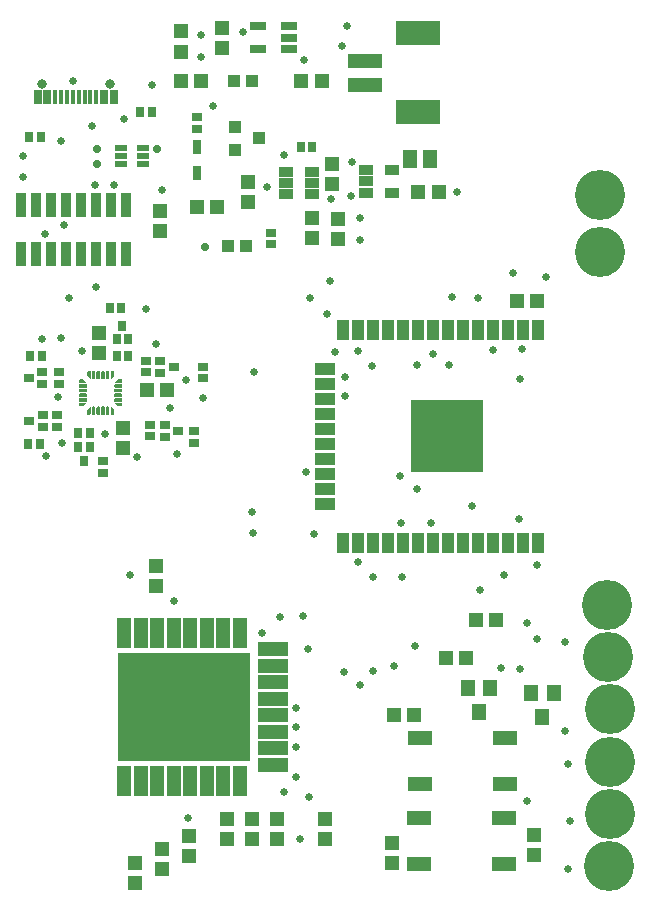
<source format=gbr>
G04 EAGLE Gerber RS-274X export*
G75*
%MOMM*%
%FSLAX34Y34*%
%LPD*%
%INSoldermask Top*%
%IPPOS*%
%AMOC8*
5,1,8,0,0,1.08239X$1,22.5*%
G01*
%ADD10R,1.219200X1.346200*%
%ADD11R,0.853200X0.663200*%
%ADD12R,1.103200X1.003200*%
%ADD13R,1.403200X0.753200*%
%ADD14R,1.103200X1.703200*%
%ADD15R,1.703200X1.103200*%
%ADD16R,6.203200X6.203200*%
%ADD17R,0.903200X0.803200*%
%ADD18R,0.803200X0.903200*%
%ADD19R,0.663200X0.853200*%
%ADD20R,1.203200X1.303200*%
%ADD21R,1.303200X1.203200*%
%ADD22R,2.103200X1.203200*%
%ADD23R,1.203200X1.553200*%
%ADD24R,1.263200X0.853200*%
%ADD25R,3.703194X2.003197*%
%ADD26R,2.903194X1.203197*%
%ADD27R,2.653200X1.203200*%
%ADD28R,1.203200X2.653200*%
%ADD29R,11.203200X9.203200*%
%ADD30C,4.235200*%
%ADD31C,0.803200*%
%ADD32R,0.700000X1.300000*%
%ADD33R,0.400000X1.300000*%
%ADD34R,0.703200X1.253200*%
%ADD35R,1.053200X0.603200*%
%ADD36R,0.903200X2.003200*%
%ADD37R,1.003200X1.003200*%
%ADD38C,0.660400*%
%ADD39C,0.728200*%

G36*
X98700Y443996D02*
X98700Y443996D01*
X98701Y443996D01*
X99010Y444045D01*
X99011Y444045D01*
X99290Y444187D01*
X99290Y444188D01*
X99291Y444188D01*
X99512Y444409D01*
X99512Y444410D01*
X99513Y444410D01*
X99655Y444689D01*
X99655Y444690D01*
X99656Y444692D01*
X99656Y444696D01*
X99656Y444697D01*
X99657Y444701D01*
X99658Y444705D01*
X99658Y444709D01*
X99659Y444713D01*
X99659Y444714D01*
X99660Y444718D01*
X99660Y444722D01*
X99661Y444726D01*
X99662Y444730D01*
X99662Y444735D01*
X99664Y444743D01*
X99664Y444747D01*
X99664Y444748D01*
X99665Y444752D01*
X99666Y444756D01*
X99666Y444760D01*
X99667Y444764D01*
X99667Y444765D01*
X99668Y444769D01*
X99668Y444773D01*
X99669Y444777D01*
X99670Y444781D01*
X99670Y444782D01*
X99670Y444786D01*
X99671Y444790D01*
X99672Y444798D01*
X99672Y444799D01*
X99674Y444807D01*
X99674Y444811D01*
X99675Y444815D01*
X99675Y444816D01*
X99676Y444820D01*
X99676Y444824D01*
X99677Y444828D01*
X99678Y444832D01*
X99678Y444833D01*
X99678Y444837D01*
X99679Y444841D01*
X99680Y444845D01*
X99681Y444854D01*
X99682Y444862D01*
X99683Y444862D01*
X99682Y444862D01*
X99683Y444866D01*
X99683Y444867D01*
X99684Y444871D01*
X99685Y444875D01*
X99685Y444879D01*
X99686Y444883D01*
X99686Y444884D01*
X99687Y444888D01*
X99687Y444892D01*
X99688Y444896D01*
X99689Y444900D01*
X99689Y444901D01*
X99689Y444905D01*
X99690Y444909D01*
X99691Y444917D01*
X99691Y444918D01*
X99692Y444922D01*
X99693Y444926D01*
X99693Y444930D01*
X99694Y444934D01*
X99694Y444935D01*
X99695Y444939D01*
X99695Y444943D01*
X99696Y444947D01*
X99697Y444951D01*
X99697Y444952D01*
X99697Y444956D01*
X99698Y444960D01*
X99699Y444964D01*
X99700Y444973D01*
X99701Y444981D01*
X99702Y444985D01*
X99702Y444986D01*
X99703Y444990D01*
X99703Y444994D01*
X99704Y444998D01*
X99704Y444999D01*
X99704Y445000D01*
X99704Y450000D01*
X99704Y450001D01*
X99655Y450310D01*
X99655Y450311D01*
X99513Y450590D01*
X99512Y450590D01*
X99512Y450591D01*
X99291Y450812D01*
X99290Y450812D01*
X99290Y450813D01*
X99011Y450955D01*
X99010Y450955D01*
X98701Y451004D01*
X98700Y451004D01*
X97700Y451004D01*
X97699Y451004D01*
X97390Y450955D01*
X97389Y450955D01*
X97110Y450813D01*
X97110Y450812D01*
X97109Y450812D01*
X96888Y450591D01*
X96888Y450590D01*
X96887Y450590D01*
X96745Y450311D01*
X96745Y450310D01*
X96744Y450308D01*
X96744Y450303D01*
X96743Y450299D01*
X96742Y450291D01*
X96740Y450282D01*
X96740Y450278D01*
X96739Y450274D01*
X96738Y450269D01*
X96738Y450265D01*
X96737Y450261D01*
X96736Y450257D01*
X96736Y450252D01*
X96735Y450248D01*
X96734Y450244D01*
X96733Y450235D01*
X96732Y450227D01*
X96731Y450223D01*
X96730Y450218D01*
X96730Y450214D01*
X96729Y450210D01*
X96728Y450206D01*
X96728Y450201D01*
X96727Y450197D01*
X96726Y450193D01*
X96726Y450189D01*
X96725Y450184D01*
X96724Y450180D01*
X96723Y450172D01*
X96722Y450167D01*
X96722Y450163D01*
X96721Y450159D01*
X96720Y450155D01*
X96720Y450150D01*
X96719Y450150D01*
X96720Y450150D01*
X96719Y450146D01*
X96718Y450142D01*
X96718Y450138D01*
X96717Y450138D01*
X96718Y450138D01*
X96717Y450133D01*
X96716Y450129D01*
X96715Y450125D01*
X96714Y450116D01*
X96713Y450108D01*
X96712Y450104D01*
X96711Y450099D01*
X96711Y450095D01*
X96710Y450091D01*
X96709Y450087D01*
X96709Y450082D01*
X96708Y450078D01*
X96707Y450074D01*
X96707Y450070D01*
X96705Y450061D01*
X96704Y450053D01*
X96703Y450048D01*
X96703Y450044D01*
X96702Y450040D01*
X96701Y450036D01*
X96701Y450031D01*
X96700Y450027D01*
X96699Y450023D01*
X96699Y450019D01*
X96698Y450014D01*
X96697Y450010D01*
X96697Y450006D01*
X96696Y450001D01*
X96696Y450000D01*
X96696Y445000D01*
X96696Y444999D01*
X96745Y444690D01*
X96745Y444689D01*
X96887Y444410D01*
X96888Y444410D01*
X96888Y444409D01*
X97109Y444188D01*
X97110Y444188D01*
X97110Y444187D01*
X97389Y444045D01*
X97390Y444045D01*
X97699Y443996D01*
X97700Y443996D01*
X98700Y443996D01*
X98700Y443996D01*
G37*
G36*
X94700Y443996D02*
X94700Y443996D01*
X94701Y443996D01*
X95010Y444045D01*
X95011Y444045D01*
X95290Y444187D01*
X95290Y444188D01*
X95291Y444188D01*
X95512Y444409D01*
X95512Y444410D01*
X95513Y444410D01*
X95655Y444689D01*
X95655Y444690D01*
X95656Y444692D01*
X95656Y444696D01*
X95656Y444697D01*
X95657Y444701D01*
X95658Y444705D01*
X95658Y444709D01*
X95659Y444713D01*
X95659Y444714D01*
X95660Y444718D01*
X95660Y444722D01*
X95661Y444726D01*
X95662Y444730D01*
X95662Y444735D01*
X95664Y444743D01*
X95664Y444747D01*
X95664Y444748D01*
X95665Y444752D01*
X95666Y444756D01*
X95666Y444760D01*
X95667Y444764D01*
X95667Y444765D01*
X95668Y444769D01*
X95668Y444773D01*
X95669Y444777D01*
X95670Y444781D01*
X95670Y444782D01*
X95670Y444786D01*
X95671Y444790D01*
X95672Y444798D01*
X95672Y444799D01*
X95674Y444807D01*
X95674Y444811D01*
X95675Y444815D01*
X95675Y444816D01*
X95676Y444820D01*
X95676Y444824D01*
X95677Y444828D01*
X95678Y444832D01*
X95678Y444833D01*
X95678Y444837D01*
X95679Y444841D01*
X95680Y444845D01*
X95681Y444854D01*
X95682Y444862D01*
X95683Y444862D01*
X95682Y444862D01*
X95683Y444866D01*
X95683Y444867D01*
X95684Y444871D01*
X95685Y444875D01*
X95685Y444879D01*
X95686Y444883D01*
X95686Y444884D01*
X95687Y444888D01*
X95687Y444892D01*
X95688Y444896D01*
X95689Y444900D01*
X95689Y444901D01*
X95689Y444905D01*
X95690Y444909D01*
X95691Y444917D01*
X95691Y444918D01*
X95692Y444922D01*
X95693Y444926D01*
X95693Y444930D01*
X95694Y444934D01*
X95694Y444935D01*
X95695Y444939D01*
X95695Y444943D01*
X95696Y444947D01*
X95697Y444951D01*
X95697Y444952D01*
X95697Y444956D01*
X95698Y444960D01*
X95699Y444964D01*
X95700Y444973D01*
X95701Y444981D01*
X95702Y444985D01*
X95702Y444986D01*
X95703Y444990D01*
X95703Y444994D01*
X95704Y444998D01*
X95704Y444999D01*
X95704Y445000D01*
X95704Y450000D01*
X95704Y450001D01*
X95655Y450310D01*
X95655Y450311D01*
X95513Y450590D01*
X95512Y450590D01*
X95512Y450591D01*
X95291Y450812D01*
X95290Y450812D01*
X95290Y450813D01*
X95011Y450955D01*
X95010Y450955D01*
X94701Y451004D01*
X94700Y451004D01*
X93700Y451004D01*
X93699Y451004D01*
X93390Y450955D01*
X93389Y450955D01*
X93110Y450813D01*
X93110Y450812D01*
X93109Y450812D01*
X92888Y450591D01*
X92888Y450590D01*
X92887Y450590D01*
X92745Y450311D01*
X92745Y450310D01*
X92744Y450308D01*
X92744Y450303D01*
X92743Y450299D01*
X92742Y450291D01*
X92740Y450282D01*
X92740Y450278D01*
X92739Y450274D01*
X92738Y450269D01*
X92738Y450265D01*
X92737Y450261D01*
X92736Y450257D01*
X92736Y450252D01*
X92735Y450248D01*
X92734Y450244D01*
X92733Y450235D01*
X92732Y450227D01*
X92731Y450223D01*
X92730Y450218D01*
X92730Y450214D01*
X92729Y450210D01*
X92728Y450206D01*
X92728Y450201D01*
X92727Y450197D01*
X92726Y450193D01*
X92726Y450189D01*
X92725Y450184D01*
X92724Y450180D01*
X92723Y450172D01*
X92722Y450167D01*
X92722Y450163D01*
X92721Y450159D01*
X92720Y450155D01*
X92720Y450150D01*
X92719Y450150D01*
X92720Y450150D01*
X92719Y450146D01*
X92718Y450142D01*
X92718Y450138D01*
X92717Y450138D01*
X92718Y450138D01*
X92717Y450133D01*
X92716Y450129D01*
X92715Y450125D01*
X92714Y450116D01*
X92713Y450108D01*
X92712Y450104D01*
X92711Y450099D01*
X92711Y450095D01*
X92710Y450091D01*
X92709Y450087D01*
X92709Y450082D01*
X92708Y450078D01*
X92707Y450074D01*
X92707Y450070D01*
X92705Y450061D01*
X92704Y450053D01*
X92703Y450048D01*
X92703Y450044D01*
X92702Y450040D01*
X92701Y450036D01*
X92701Y450031D01*
X92700Y450027D01*
X92699Y450023D01*
X92699Y450019D01*
X92698Y450014D01*
X92697Y450010D01*
X92697Y450006D01*
X92696Y450001D01*
X92696Y450000D01*
X92696Y445000D01*
X92696Y444999D01*
X92745Y444690D01*
X92745Y444689D01*
X92887Y444410D01*
X92888Y444410D01*
X92888Y444409D01*
X93109Y444188D01*
X93110Y444188D01*
X93110Y444187D01*
X93389Y444045D01*
X93390Y444045D01*
X93699Y443996D01*
X93700Y443996D01*
X94700Y443996D01*
X94700Y443996D01*
G37*
G36*
X90700Y443996D02*
X90700Y443996D01*
X90701Y443996D01*
X91010Y444045D01*
X91011Y444045D01*
X91290Y444187D01*
X91290Y444188D01*
X91291Y444188D01*
X91512Y444409D01*
X91512Y444410D01*
X91513Y444410D01*
X91655Y444689D01*
X91655Y444690D01*
X91656Y444692D01*
X91656Y444696D01*
X91656Y444697D01*
X91657Y444701D01*
X91658Y444705D01*
X91658Y444709D01*
X91659Y444713D01*
X91659Y444714D01*
X91660Y444718D01*
X91660Y444722D01*
X91661Y444726D01*
X91662Y444730D01*
X91662Y444735D01*
X91664Y444743D01*
X91664Y444747D01*
X91664Y444748D01*
X91665Y444752D01*
X91666Y444756D01*
X91666Y444760D01*
X91667Y444764D01*
X91667Y444765D01*
X91668Y444769D01*
X91668Y444773D01*
X91669Y444777D01*
X91670Y444781D01*
X91670Y444782D01*
X91670Y444786D01*
X91671Y444790D01*
X91672Y444798D01*
X91672Y444799D01*
X91674Y444807D01*
X91674Y444811D01*
X91675Y444815D01*
X91675Y444816D01*
X91676Y444820D01*
X91676Y444824D01*
X91677Y444828D01*
X91678Y444832D01*
X91678Y444833D01*
X91678Y444837D01*
X91679Y444841D01*
X91680Y444845D01*
X91681Y444854D01*
X91682Y444862D01*
X91683Y444862D01*
X91682Y444862D01*
X91683Y444866D01*
X91683Y444867D01*
X91684Y444871D01*
X91685Y444875D01*
X91685Y444879D01*
X91686Y444883D01*
X91686Y444884D01*
X91687Y444888D01*
X91687Y444892D01*
X91688Y444896D01*
X91689Y444900D01*
X91689Y444901D01*
X91689Y444905D01*
X91690Y444909D01*
X91691Y444917D01*
X91691Y444918D01*
X91692Y444922D01*
X91693Y444926D01*
X91693Y444930D01*
X91694Y444934D01*
X91694Y444935D01*
X91695Y444939D01*
X91695Y444943D01*
X91696Y444947D01*
X91697Y444951D01*
X91697Y444952D01*
X91697Y444956D01*
X91698Y444960D01*
X91699Y444964D01*
X91700Y444973D01*
X91701Y444981D01*
X91702Y444985D01*
X91702Y444986D01*
X91703Y444990D01*
X91703Y444994D01*
X91704Y444998D01*
X91704Y444999D01*
X91704Y445000D01*
X91704Y450000D01*
X91704Y450001D01*
X91655Y450310D01*
X91655Y450311D01*
X91513Y450590D01*
X91512Y450590D01*
X91512Y450591D01*
X91291Y450812D01*
X91290Y450812D01*
X91290Y450813D01*
X91011Y450955D01*
X91010Y450955D01*
X90701Y451004D01*
X90700Y451004D01*
X89700Y451004D01*
X89699Y451004D01*
X89390Y450955D01*
X89389Y450955D01*
X89110Y450813D01*
X89110Y450812D01*
X89109Y450812D01*
X88888Y450591D01*
X88888Y450590D01*
X88887Y450590D01*
X88745Y450311D01*
X88745Y450310D01*
X88744Y450308D01*
X88744Y450303D01*
X88743Y450299D01*
X88742Y450291D01*
X88740Y450282D01*
X88740Y450278D01*
X88739Y450274D01*
X88738Y450269D01*
X88738Y450265D01*
X88737Y450261D01*
X88736Y450257D01*
X88736Y450252D01*
X88735Y450248D01*
X88734Y450244D01*
X88733Y450235D01*
X88732Y450227D01*
X88731Y450223D01*
X88730Y450218D01*
X88730Y450214D01*
X88729Y450210D01*
X88728Y450206D01*
X88728Y450201D01*
X88727Y450197D01*
X88726Y450193D01*
X88726Y450189D01*
X88725Y450184D01*
X88724Y450180D01*
X88723Y450172D01*
X88722Y450167D01*
X88722Y450163D01*
X88721Y450159D01*
X88720Y450155D01*
X88720Y450150D01*
X88719Y450150D01*
X88720Y450150D01*
X88719Y450146D01*
X88718Y450142D01*
X88718Y450138D01*
X88717Y450138D01*
X88718Y450138D01*
X88717Y450133D01*
X88716Y450129D01*
X88715Y450125D01*
X88714Y450116D01*
X88713Y450108D01*
X88712Y450104D01*
X88711Y450099D01*
X88711Y450095D01*
X88710Y450091D01*
X88709Y450087D01*
X88709Y450082D01*
X88708Y450078D01*
X88707Y450074D01*
X88707Y450070D01*
X88705Y450061D01*
X88704Y450053D01*
X88703Y450048D01*
X88703Y450044D01*
X88702Y450040D01*
X88701Y450036D01*
X88701Y450031D01*
X88700Y450027D01*
X88699Y450023D01*
X88699Y450019D01*
X88698Y450014D01*
X88697Y450010D01*
X88697Y450006D01*
X88696Y450001D01*
X88696Y450000D01*
X88696Y445000D01*
X88696Y444999D01*
X88745Y444690D01*
X88745Y444689D01*
X88887Y444410D01*
X88888Y444410D01*
X88888Y444409D01*
X89109Y444188D01*
X89110Y444188D01*
X89110Y444187D01*
X89389Y444045D01*
X89390Y444045D01*
X89699Y443996D01*
X89700Y443996D01*
X90700Y443996D01*
X90700Y443996D01*
G37*
G36*
X86700Y443996D02*
X86700Y443996D01*
X86701Y443996D01*
X87010Y444045D01*
X87011Y444045D01*
X87290Y444187D01*
X87290Y444188D01*
X87291Y444188D01*
X87512Y444409D01*
X87512Y444410D01*
X87513Y444410D01*
X87655Y444689D01*
X87655Y444690D01*
X87656Y444692D01*
X87656Y444696D01*
X87656Y444697D01*
X87657Y444701D01*
X87658Y444705D01*
X87658Y444709D01*
X87659Y444713D01*
X87659Y444714D01*
X87660Y444718D01*
X87660Y444722D01*
X87661Y444726D01*
X87662Y444730D01*
X87662Y444735D01*
X87664Y444743D01*
X87664Y444747D01*
X87664Y444748D01*
X87665Y444752D01*
X87666Y444756D01*
X87666Y444760D01*
X87667Y444764D01*
X87667Y444765D01*
X87668Y444769D01*
X87668Y444773D01*
X87669Y444777D01*
X87670Y444781D01*
X87670Y444782D01*
X87670Y444786D01*
X87671Y444790D01*
X87672Y444798D01*
X87672Y444799D01*
X87674Y444807D01*
X87674Y444811D01*
X87675Y444815D01*
X87675Y444816D01*
X87676Y444820D01*
X87676Y444824D01*
X87677Y444828D01*
X87678Y444832D01*
X87678Y444833D01*
X87678Y444837D01*
X87679Y444841D01*
X87680Y444845D01*
X87681Y444854D01*
X87682Y444862D01*
X87683Y444862D01*
X87682Y444862D01*
X87683Y444866D01*
X87683Y444867D01*
X87684Y444871D01*
X87685Y444875D01*
X87685Y444879D01*
X87686Y444883D01*
X87686Y444884D01*
X87687Y444888D01*
X87687Y444892D01*
X87688Y444896D01*
X87689Y444900D01*
X87689Y444901D01*
X87689Y444905D01*
X87690Y444909D01*
X87691Y444917D01*
X87691Y444918D01*
X87692Y444922D01*
X87693Y444926D01*
X87693Y444930D01*
X87694Y444934D01*
X87694Y444935D01*
X87695Y444939D01*
X87695Y444943D01*
X87696Y444947D01*
X87697Y444951D01*
X87697Y444952D01*
X87697Y444956D01*
X87698Y444960D01*
X87699Y444964D01*
X87700Y444973D01*
X87701Y444981D01*
X87702Y444985D01*
X87702Y444986D01*
X87703Y444990D01*
X87703Y444994D01*
X87704Y444998D01*
X87704Y444999D01*
X87704Y445000D01*
X87704Y450000D01*
X87704Y450001D01*
X87655Y450310D01*
X87655Y450311D01*
X87513Y450590D01*
X87512Y450590D01*
X87512Y450591D01*
X87291Y450812D01*
X87290Y450812D01*
X87290Y450813D01*
X87011Y450955D01*
X87010Y450955D01*
X86701Y451004D01*
X86700Y451004D01*
X85700Y451004D01*
X85699Y451004D01*
X85390Y450955D01*
X85389Y450955D01*
X85110Y450813D01*
X85110Y450812D01*
X85109Y450812D01*
X84888Y450591D01*
X84888Y450590D01*
X84887Y450590D01*
X84745Y450311D01*
X84745Y450310D01*
X84744Y450308D01*
X84744Y450303D01*
X84743Y450299D01*
X84742Y450291D01*
X84740Y450282D01*
X84740Y450278D01*
X84739Y450274D01*
X84738Y450269D01*
X84738Y450265D01*
X84737Y450261D01*
X84736Y450257D01*
X84736Y450252D01*
X84735Y450248D01*
X84734Y450244D01*
X84733Y450235D01*
X84732Y450227D01*
X84731Y450223D01*
X84730Y450218D01*
X84730Y450214D01*
X84729Y450210D01*
X84728Y450206D01*
X84728Y450201D01*
X84727Y450197D01*
X84726Y450193D01*
X84726Y450189D01*
X84725Y450184D01*
X84724Y450180D01*
X84723Y450172D01*
X84722Y450167D01*
X84722Y450163D01*
X84721Y450159D01*
X84720Y450155D01*
X84720Y450150D01*
X84719Y450150D01*
X84720Y450150D01*
X84719Y450146D01*
X84718Y450142D01*
X84718Y450138D01*
X84717Y450138D01*
X84718Y450138D01*
X84717Y450133D01*
X84716Y450129D01*
X84715Y450125D01*
X84714Y450116D01*
X84713Y450108D01*
X84712Y450104D01*
X84711Y450099D01*
X84711Y450095D01*
X84710Y450091D01*
X84709Y450087D01*
X84709Y450082D01*
X84708Y450078D01*
X84707Y450074D01*
X84707Y450070D01*
X84705Y450061D01*
X84704Y450053D01*
X84703Y450048D01*
X84703Y450044D01*
X84702Y450040D01*
X84701Y450036D01*
X84701Y450031D01*
X84700Y450027D01*
X84699Y450023D01*
X84699Y450019D01*
X84698Y450014D01*
X84697Y450010D01*
X84697Y450006D01*
X84696Y450001D01*
X84696Y450000D01*
X84696Y445000D01*
X84696Y444999D01*
X84745Y444690D01*
X84745Y444689D01*
X84887Y444410D01*
X84888Y444410D01*
X84888Y444409D01*
X85109Y444188D01*
X85110Y444188D01*
X85110Y444187D01*
X85389Y444045D01*
X85390Y444045D01*
X85699Y443996D01*
X85700Y443996D01*
X86700Y443996D01*
X86700Y443996D01*
G37*
G36*
X86700Y413996D02*
X86700Y413996D01*
X86701Y413996D01*
X87010Y414045D01*
X87011Y414045D01*
X87290Y414187D01*
X87290Y414188D01*
X87291Y414188D01*
X87512Y414409D01*
X87512Y414410D01*
X87513Y414410D01*
X87655Y414689D01*
X87655Y414690D01*
X87656Y414692D01*
X87656Y414696D01*
X87656Y414697D01*
X87657Y414701D01*
X87658Y414705D01*
X87658Y414709D01*
X87659Y414713D01*
X87659Y414714D01*
X87660Y414718D01*
X87660Y414722D01*
X87661Y414726D01*
X87662Y414730D01*
X87662Y414735D01*
X87664Y414743D01*
X87664Y414747D01*
X87664Y414748D01*
X87665Y414752D01*
X87666Y414756D01*
X87666Y414760D01*
X87667Y414764D01*
X87667Y414765D01*
X87668Y414769D01*
X87668Y414773D01*
X87669Y414777D01*
X87670Y414781D01*
X87670Y414782D01*
X87670Y414786D01*
X87671Y414790D01*
X87672Y414798D01*
X87672Y414799D01*
X87674Y414807D01*
X87674Y414811D01*
X87675Y414815D01*
X87675Y414816D01*
X87676Y414820D01*
X87676Y414824D01*
X87677Y414828D01*
X87678Y414832D01*
X87678Y414833D01*
X87678Y414837D01*
X87679Y414841D01*
X87680Y414845D01*
X87681Y414854D01*
X87682Y414862D01*
X87683Y414862D01*
X87682Y414862D01*
X87683Y414866D01*
X87683Y414867D01*
X87684Y414871D01*
X87685Y414875D01*
X87685Y414879D01*
X87686Y414883D01*
X87686Y414884D01*
X87687Y414888D01*
X87687Y414892D01*
X87688Y414896D01*
X87689Y414900D01*
X87689Y414901D01*
X87689Y414905D01*
X87690Y414909D01*
X87691Y414917D01*
X87691Y414918D01*
X87692Y414922D01*
X87693Y414926D01*
X87693Y414930D01*
X87694Y414934D01*
X87694Y414935D01*
X87695Y414939D01*
X87695Y414943D01*
X87696Y414947D01*
X87697Y414951D01*
X87697Y414952D01*
X87697Y414956D01*
X87698Y414960D01*
X87699Y414964D01*
X87700Y414973D01*
X87701Y414981D01*
X87702Y414985D01*
X87702Y414986D01*
X87703Y414990D01*
X87703Y414994D01*
X87704Y414998D01*
X87704Y414999D01*
X87704Y415000D01*
X87704Y420000D01*
X87704Y420001D01*
X87655Y420310D01*
X87655Y420311D01*
X87513Y420590D01*
X87512Y420590D01*
X87512Y420591D01*
X87291Y420812D01*
X87290Y420812D01*
X87290Y420813D01*
X87011Y420955D01*
X87010Y420955D01*
X86701Y421004D01*
X86700Y421004D01*
X85700Y421004D01*
X85699Y421004D01*
X85390Y420955D01*
X85389Y420955D01*
X85110Y420813D01*
X85110Y420812D01*
X85109Y420812D01*
X84888Y420591D01*
X84888Y420590D01*
X84887Y420590D01*
X84745Y420311D01*
X84745Y420310D01*
X84744Y420308D01*
X84744Y420303D01*
X84743Y420299D01*
X84742Y420291D01*
X84740Y420282D01*
X84740Y420278D01*
X84739Y420274D01*
X84738Y420269D01*
X84738Y420265D01*
X84737Y420261D01*
X84736Y420257D01*
X84736Y420252D01*
X84735Y420248D01*
X84734Y420244D01*
X84733Y420235D01*
X84732Y420227D01*
X84731Y420223D01*
X84730Y420218D01*
X84730Y420214D01*
X84729Y420210D01*
X84728Y420206D01*
X84728Y420201D01*
X84727Y420197D01*
X84726Y420193D01*
X84726Y420189D01*
X84725Y420184D01*
X84724Y420180D01*
X84723Y420172D01*
X84722Y420167D01*
X84722Y420163D01*
X84721Y420159D01*
X84720Y420155D01*
X84720Y420150D01*
X84719Y420150D01*
X84720Y420150D01*
X84719Y420146D01*
X84718Y420142D01*
X84718Y420138D01*
X84717Y420138D01*
X84718Y420138D01*
X84717Y420133D01*
X84716Y420129D01*
X84715Y420125D01*
X84714Y420116D01*
X84713Y420108D01*
X84712Y420104D01*
X84711Y420099D01*
X84711Y420095D01*
X84710Y420091D01*
X84709Y420087D01*
X84709Y420082D01*
X84708Y420078D01*
X84707Y420074D01*
X84707Y420070D01*
X84705Y420061D01*
X84704Y420053D01*
X84703Y420048D01*
X84703Y420044D01*
X84702Y420040D01*
X84701Y420036D01*
X84701Y420031D01*
X84700Y420027D01*
X84699Y420023D01*
X84699Y420019D01*
X84698Y420014D01*
X84697Y420010D01*
X84697Y420006D01*
X84696Y420001D01*
X84696Y420000D01*
X84696Y415000D01*
X84696Y414999D01*
X84745Y414690D01*
X84745Y414689D01*
X84887Y414410D01*
X84888Y414410D01*
X84888Y414409D01*
X85109Y414188D01*
X85110Y414188D01*
X85110Y414187D01*
X85389Y414045D01*
X85390Y414045D01*
X85699Y413996D01*
X85700Y413996D01*
X86700Y413996D01*
X86700Y413996D01*
G37*
G36*
X94700Y413996D02*
X94700Y413996D01*
X94701Y413996D01*
X95010Y414045D01*
X95011Y414045D01*
X95290Y414187D01*
X95290Y414188D01*
X95291Y414188D01*
X95512Y414409D01*
X95512Y414410D01*
X95513Y414410D01*
X95655Y414689D01*
X95655Y414690D01*
X95656Y414692D01*
X95656Y414696D01*
X95656Y414697D01*
X95657Y414701D01*
X95658Y414705D01*
X95658Y414709D01*
X95659Y414713D01*
X95659Y414714D01*
X95660Y414718D01*
X95660Y414722D01*
X95661Y414726D01*
X95662Y414730D01*
X95662Y414735D01*
X95664Y414743D01*
X95664Y414747D01*
X95664Y414748D01*
X95665Y414752D01*
X95666Y414756D01*
X95666Y414760D01*
X95667Y414764D01*
X95667Y414765D01*
X95668Y414769D01*
X95668Y414773D01*
X95669Y414777D01*
X95670Y414781D01*
X95670Y414782D01*
X95670Y414786D01*
X95671Y414790D01*
X95672Y414798D01*
X95672Y414799D01*
X95674Y414807D01*
X95674Y414811D01*
X95675Y414815D01*
X95675Y414816D01*
X95676Y414820D01*
X95676Y414824D01*
X95677Y414828D01*
X95678Y414832D01*
X95678Y414833D01*
X95678Y414837D01*
X95679Y414841D01*
X95680Y414845D01*
X95681Y414854D01*
X95682Y414862D01*
X95683Y414862D01*
X95682Y414862D01*
X95683Y414866D01*
X95683Y414867D01*
X95684Y414871D01*
X95685Y414875D01*
X95685Y414879D01*
X95686Y414883D01*
X95686Y414884D01*
X95687Y414888D01*
X95687Y414892D01*
X95688Y414896D01*
X95689Y414900D01*
X95689Y414901D01*
X95689Y414905D01*
X95690Y414909D01*
X95691Y414917D01*
X95691Y414918D01*
X95692Y414922D01*
X95693Y414926D01*
X95693Y414930D01*
X95694Y414934D01*
X95694Y414935D01*
X95695Y414939D01*
X95695Y414943D01*
X95696Y414947D01*
X95697Y414951D01*
X95697Y414952D01*
X95697Y414956D01*
X95698Y414960D01*
X95699Y414964D01*
X95700Y414973D01*
X95701Y414981D01*
X95702Y414985D01*
X95702Y414986D01*
X95703Y414990D01*
X95703Y414994D01*
X95704Y414998D01*
X95704Y414999D01*
X95704Y415000D01*
X95704Y420000D01*
X95704Y420001D01*
X95655Y420310D01*
X95655Y420311D01*
X95513Y420590D01*
X95512Y420590D01*
X95512Y420591D01*
X95291Y420812D01*
X95290Y420812D01*
X95290Y420813D01*
X95011Y420955D01*
X95010Y420955D01*
X94701Y421004D01*
X94700Y421004D01*
X93700Y421004D01*
X93699Y421004D01*
X93390Y420955D01*
X93389Y420955D01*
X93110Y420813D01*
X93110Y420812D01*
X93109Y420812D01*
X92888Y420591D01*
X92888Y420590D01*
X92887Y420590D01*
X92745Y420311D01*
X92745Y420310D01*
X92744Y420308D01*
X92744Y420303D01*
X92743Y420299D01*
X92742Y420291D01*
X92740Y420282D01*
X92740Y420278D01*
X92739Y420274D01*
X92738Y420269D01*
X92738Y420265D01*
X92737Y420261D01*
X92736Y420257D01*
X92736Y420252D01*
X92735Y420248D01*
X92734Y420244D01*
X92733Y420235D01*
X92732Y420227D01*
X92731Y420223D01*
X92730Y420218D01*
X92730Y420214D01*
X92729Y420210D01*
X92728Y420206D01*
X92728Y420201D01*
X92727Y420197D01*
X92726Y420193D01*
X92726Y420189D01*
X92725Y420184D01*
X92724Y420180D01*
X92723Y420172D01*
X92722Y420167D01*
X92722Y420163D01*
X92721Y420159D01*
X92720Y420155D01*
X92720Y420150D01*
X92719Y420150D01*
X92720Y420150D01*
X92719Y420146D01*
X92718Y420142D01*
X92718Y420138D01*
X92717Y420138D01*
X92718Y420138D01*
X92717Y420133D01*
X92716Y420129D01*
X92715Y420125D01*
X92714Y420116D01*
X92713Y420108D01*
X92712Y420104D01*
X92711Y420099D01*
X92711Y420095D01*
X92710Y420091D01*
X92709Y420087D01*
X92709Y420082D01*
X92708Y420078D01*
X92707Y420074D01*
X92707Y420070D01*
X92705Y420061D01*
X92704Y420053D01*
X92703Y420048D01*
X92703Y420044D01*
X92702Y420040D01*
X92701Y420036D01*
X92701Y420031D01*
X92700Y420027D01*
X92699Y420023D01*
X92699Y420019D01*
X92698Y420014D01*
X92697Y420010D01*
X92697Y420006D01*
X92696Y420001D01*
X92696Y420000D01*
X92696Y415000D01*
X92696Y414999D01*
X92745Y414690D01*
X92745Y414689D01*
X92887Y414410D01*
X92888Y414410D01*
X92888Y414409D01*
X93109Y414188D01*
X93110Y414188D01*
X93110Y414187D01*
X93389Y414045D01*
X93390Y414045D01*
X93699Y413996D01*
X93700Y413996D01*
X94700Y413996D01*
X94700Y413996D01*
G37*
G36*
X90700Y413996D02*
X90700Y413996D01*
X90701Y413996D01*
X91010Y414045D01*
X91011Y414045D01*
X91290Y414187D01*
X91290Y414188D01*
X91291Y414188D01*
X91512Y414409D01*
X91512Y414410D01*
X91513Y414410D01*
X91655Y414689D01*
X91655Y414690D01*
X91656Y414692D01*
X91656Y414696D01*
X91656Y414697D01*
X91657Y414701D01*
X91658Y414705D01*
X91658Y414709D01*
X91659Y414713D01*
X91659Y414714D01*
X91660Y414718D01*
X91660Y414722D01*
X91661Y414726D01*
X91662Y414730D01*
X91662Y414735D01*
X91664Y414743D01*
X91664Y414747D01*
X91664Y414748D01*
X91665Y414752D01*
X91666Y414756D01*
X91666Y414760D01*
X91667Y414764D01*
X91667Y414765D01*
X91668Y414769D01*
X91668Y414773D01*
X91669Y414777D01*
X91670Y414781D01*
X91670Y414782D01*
X91670Y414786D01*
X91671Y414790D01*
X91672Y414798D01*
X91672Y414799D01*
X91674Y414807D01*
X91674Y414811D01*
X91675Y414815D01*
X91675Y414816D01*
X91676Y414820D01*
X91676Y414824D01*
X91677Y414828D01*
X91678Y414832D01*
X91678Y414833D01*
X91678Y414837D01*
X91679Y414841D01*
X91680Y414845D01*
X91681Y414854D01*
X91682Y414862D01*
X91683Y414862D01*
X91682Y414862D01*
X91683Y414866D01*
X91683Y414867D01*
X91684Y414871D01*
X91685Y414875D01*
X91685Y414879D01*
X91686Y414883D01*
X91686Y414884D01*
X91687Y414888D01*
X91687Y414892D01*
X91688Y414896D01*
X91689Y414900D01*
X91689Y414901D01*
X91689Y414905D01*
X91690Y414909D01*
X91691Y414917D01*
X91691Y414918D01*
X91692Y414922D01*
X91693Y414926D01*
X91693Y414930D01*
X91694Y414934D01*
X91694Y414935D01*
X91695Y414939D01*
X91695Y414943D01*
X91696Y414947D01*
X91697Y414951D01*
X91697Y414952D01*
X91697Y414956D01*
X91698Y414960D01*
X91699Y414964D01*
X91700Y414973D01*
X91701Y414981D01*
X91702Y414985D01*
X91702Y414986D01*
X91703Y414990D01*
X91703Y414994D01*
X91704Y414998D01*
X91704Y414999D01*
X91704Y415000D01*
X91704Y420000D01*
X91704Y420001D01*
X91655Y420310D01*
X91655Y420311D01*
X91513Y420590D01*
X91512Y420590D01*
X91512Y420591D01*
X91291Y420812D01*
X91290Y420812D01*
X91290Y420813D01*
X91011Y420955D01*
X91010Y420955D01*
X90701Y421004D01*
X90700Y421004D01*
X89700Y421004D01*
X89699Y421004D01*
X89390Y420955D01*
X89389Y420955D01*
X89110Y420813D01*
X89110Y420812D01*
X89109Y420812D01*
X88888Y420591D01*
X88888Y420590D01*
X88887Y420590D01*
X88745Y420311D01*
X88745Y420310D01*
X88744Y420308D01*
X88744Y420303D01*
X88743Y420299D01*
X88742Y420291D01*
X88740Y420282D01*
X88740Y420278D01*
X88739Y420274D01*
X88738Y420269D01*
X88738Y420265D01*
X88737Y420261D01*
X88736Y420257D01*
X88736Y420252D01*
X88735Y420248D01*
X88734Y420244D01*
X88733Y420235D01*
X88732Y420227D01*
X88731Y420223D01*
X88730Y420218D01*
X88730Y420214D01*
X88729Y420210D01*
X88728Y420206D01*
X88728Y420201D01*
X88727Y420197D01*
X88726Y420193D01*
X88726Y420189D01*
X88725Y420184D01*
X88724Y420180D01*
X88723Y420172D01*
X88722Y420167D01*
X88722Y420163D01*
X88721Y420159D01*
X88720Y420155D01*
X88720Y420150D01*
X88719Y420150D01*
X88720Y420150D01*
X88719Y420146D01*
X88718Y420142D01*
X88718Y420138D01*
X88717Y420138D01*
X88718Y420138D01*
X88717Y420133D01*
X88716Y420129D01*
X88715Y420125D01*
X88714Y420116D01*
X88713Y420108D01*
X88712Y420104D01*
X88711Y420099D01*
X88711Y420095D01*
X88710Y420091D01*
X88709Y420087D01*
X88709Y420082D01*
X88708Y420078D01*
X88707Y420074D01*
X88707Y420070D01*
X88705Y420061D01*
X88704Y420053D01*
X88703Y420048D01*
X88703Y420044D01*
X88702Y420040D01*
X88701Y420036D01*
X88701Y420031D01*
X88700Y420027D01*
X88699Y420023D01*
X88699Y420019D01*
X88698Y420014D01*
X88697Y420010D01*
X88697Y420006D01*
X88696Y420001D01*
X88696Y420000D01*
X88696Y415000D01*
X88696Y414999D01*
X88745Y414690D01*
X88745Y414689D01*
X88887Y414410D01*
X88888Y414410D01*
X88888Y414409D01*
X89109Y414188D01*
X89110Y414188D01*
X89110Y414187D01*
X89389Y414045D01*
X89390Y414045D01*
X89699Y413996D01*
X89700Y413996D01*
X90700Y413996D01*
X90700Y413996D01*
G37*
G36*
X98700Y413996D02*
X98700Y413996D01*
X98701Y413996D01*
X99010Y414045D01*
X99011Y414045D01*
X99290Y414187D01*
X99290Y414188D01*
X99291Y414188D01*
X99512Y414409D01*
X99512Y414410D01*
X99513Y414410D01*
X99655Y414689D01*
X99655Y414690D01*
X99656Y414692D01*
X99656Y414696D01*
X99656Y414697D01*
X99657Y414701D01*
X99658Y414705D01*
X99658Y414709D01*
X99659Y414713D01*
X99659Y414714D01*
X99660Y414718D01*
X99660Y414722D01*
X99661Y414726D01*
X99662Y414730D01*
X99662Y414735D01*
X99664Y414743D01*
X99664Y414747D01*
X99664Y414748D01*
X99665Y414752D01*
X99666Y414756D01*
X99666Y414760D01*
X99667Y414764D01*
X99667Y414765D01*
X99668Y414769D01*
X99668Y414773D01*
X99669Y414777D01*
X99670Y414781D01*
X99670Y414782D01*
X99670Y414786D01*
X99671Y414790D01*
X99672Y414798D01*
X99672Y414799D01*
X99674Y414807D01*
X99674Y414811D01*
X99675Y414815D01*
X99675Y414816D01*
X99676Y414820D01*
X99676Y414824D01*
X99677Y414828D01*
X99678Y414832D01*
X99678Y414833D01*
X99678Y414837D01*
X99679Y414841D01*
X99680Y414845D01*
X99681Y414854D01*
X99682Y414862D01*
X99683Y414862D01*
X99682Y414862D01*
X99683Y414866D01*
X99683Y414867D01*
X99684Y414871D01*
X99685Y414875D01*
X99685Y414879D01*
X99686Y414883D01*
X99686Y414884D01*
X99687Y414888D01*
X99687Y414892D01*
X99688Y414896D01*
X99689Y414900D01*
X99689Y414901D01*
X99689Y414905D01*
X99690Y414909D01*
X99691Y414917D01*
X99691Y414918D01*
X99692Y414922D01*
X99693Y414926D01*
X99693Y414930D01*
X99694Y414934D01*
X99694Y414935D01*
X99695Y414939D01*
X99695Y414943D01*
X99696Y414947D01*
X99697Y414951D01*
X99697Y414952D01*
X99697Y414956D01*
X99698Y414960D01*
X99699Y414964D01*
X99700Y414973D01*
X99701Y414981D01*
X99702Y414985D01*
X99702Y414986D01*
X99703Y414990D01*
X99703Y414994D01*
X99704Y414998D01*
X99704Y414999D01*
X99704Y415000D01*
X99704Y420000D01*
X99704Y420001D01*
X99655Y420310D01*
X99655Y420311D01*
X99513Y420590D01*
X99512Y420590D01*
X99512Y420591D01*
X99291Y420812D01*
X99290Y420812D01*
X99290Y420813D01*
X99011Y420955D01*
X99010Y420955D01*
X98701Y421004D01*
X98700Y421004D01*
X97700Y421004D01*
X97699Y421004D01*
X97390Y420955D01*
X97389Y420955D01*
X97110Y420813D01*
X97110Y420812D01*
X97109Y420812D01*
X96888Y420591D01*
X96888Y420590D01*
X96887Y420590D01*
X96745Y420311D01*
X96745Y420310D01*
X96744Y420308D01*
X96744Y420303D01*
X96743Y420299D01*
X96742Y420291D01*
X96740Y420282D01*
X96740Y420278D01*
X96739Y420274D01*
X96738Y420269D01*
X96738Y420265D01*
X96737Y420261D01*
X96736Y420257D01*
X96736Y420252D01*
X96735Y420248D01*
X96734Y420244D01*
X96733Y420235D01*
X96732Y420227D01*
X96731Y420223D01*
X96730Y420218D01*
X96730Y420214D01*
X96729Y420210D01*
X96728Y420206D01*
X96728Y420201D01*
X96727Y420197D01*
X96726Y420193D01*
X96726Y420189D01*
X96725Y420184D01*
X96724Y420180D01*
X96723Y420172D01*
X96722Y420167D01*
X96722Y420163D01*
X96721Y420159D01*
X96720Y420155D01*
X96720Y420150D01*
X96719Y420150D01*
X96720Y420150D01*
X96719Y420146D01*
X96718Y420142D01*
X96718Y420138D01*
X96717Y420138D01*
X96718Y420138D01*
X96717Y420133D01*
X96716Y420129D01*
X96715Y420125D01*
X96714Y420116D01*
X96713Y420108D01*
X96712Y420104D01*
X96711Y420099D01*
X96711Y420095D01*
X96710Y420091D01*
X96709Y420087D01*
X96709Y420082D01*
X96708Y420078D01*
X96707Y420074D01*
X96707Y420070D01*
X96705Y420061D01*
X96704Y420053D01*
X96703Y420048D01*
X96703Y420044D01*
X96702Y420040D01*
X96701Y420036D01*
X96701Y420031D01*
X96700Y420027D01*
X96699Y420023D01*
X96699Y420019D01*
X96698Y420014D01*
X96697Y420010D01*
X96697Y420006D01*
X96696Y420001D01*
X96696Y420000D01*
X96696Y415000D01*
X96696Y414999D01*
X96745Y414690D01*
X96745Y414689D01*
X96887Y414410D01*
X96888Y414410D01*
X96888Y414409D01*
X97109Y414188D01*
X97110Y414188D01*
X97110Y414187D01*
X97389Y414045D01*
X97390Y414045D01*
X97699Y413996D01*
X97700Y413996D01*
X98700Y413996D01*
X98700Y413996D01*
G37*
G36*
X79700Y436996D02*
X79700Y436996D01*
X79701Y436996D01*
X80010Y437045D01*
X80011Y437045D01*
X80290Y437187D01*
X80290Y437188D01*
X80291Y437188D01*
X80512Y437409D01*
X80512Y437410D01*
X80513Y437410D01*
X80655Y437689D01*
X80655Y437690D01*
X80656Y437692D01*
X80656Y437696D01*
X80656Y437697D01*
X80657Y437701D01*
X80658Y437705D01*
X80658Y437709D01*
X80659Y437713D01*
X80659Y437714D01*
X80660Y437718D01*
X80660Y437722D01*
X80661Y437726D01*
X80662Y437730D01*
X80662Y437735D01*
X80664Y437743D01*
X80664Y437747D01*
X80664Y437748D01*
X80665Y437752D01*
X80666Y437756D01*
X80666Y437760D01*
X80667Y437764D01*
X80667Y437765D01*
X80668Y437769D01*
X80668Y437773D01*
X80669Y437777D01*
X80670Y437781D01*
X80670Y437782D01*
X80670Y437786D01*
X80671Y437790D01*
X80672Y437798D01*
X80672Y437799D01*
X80674Y437807D01*
X80674Y437811D01*
X80675Y437815D01*
X80675Y437816D01*
X80676Y437820D01*
X80676Y437824D01*
X80677Y437828D01*
X80678Y437832D01*
X80678Y437833D01*
X80678Y437837D01*
X80679Y437841D01*
X80680Y437845D01*
X80681Y437854D01*
X80682Y437862D01*
X80683Y437862D01*
X80682Y437862D01*
X80683Y437866D01*
X80683Y437867D01*
X80684Y437871D01*
X80685Y437875D01*
X80685Y437879D01*
X80686Y437883D01*
X80686Y437884D01*
X80687Y437888D01*
X80687Y437892D01*
X80688Y437896D01*
X80689Y437900D01*
X80689Y437901D01*
X80689Y437905D01*
X80690Y437909D01*
X80691Y437917D01*
X80691Y437918D01*
X80692Y437922D01*
X80693Y437926D01*
X80693Y437930D01*
X80694Y437934D01*
X80694Y437935D01*
X80695Y437939D01*
X80695Y437943D01*
X80696Y437947D01*
X80697Y437951D01*
X80697Y437952D01*
X80697Y437956D01*
X80698Y437960D01*
X80699Y437964D01*
X80700Y437973D01*
X80701Y437981D01*
X80702Y437985D01*
X80702Y437986D01*
X80703Y437990D01*
X80703Y437994D01*
X80704Y437998D01*
X80704Y437999D01*
X80704Y438000D01*
X80704Y439000D01*
X80704Y439001D01*
X80655Y439310D01*
X80655Y439311D01*
X80513Y439590D01*
X80512Y439590D01*
X80512Y439591D01*
X80291Y439812D01*
X80290Y439812D01*
X80290Y439813D01*
X80011Y439955D01*
X80010Y439955D01*
X79701Y440004D01*
X79700Y440004D01*
X74700Y440004D01*
X74699Y440004D01*
X74390Y439955D01*
X74389Y439955D01*
X74110Y439813D01*
X74110Y439812D01*
X74109Y439812D01*
X73888Y439591D01*
X73888Y439590D01*
X73887Y439590D01*
X73745Y439311D01*
X73745Y439310D01*
X73745Y439308D01*
X73744Y439304D01*
X73743Y439300D01*
X73743Y439296D01*
X73742Y439296D01*
X73743Y439296D01*
X73742Y439291D01*
X73741Y439287D01*
X73741Y439283D01*
X73740Y439283D01*
X73741Y439283D01*
X73740Y439279D01*
X73739Y439274D01*
X73738Y439270D01*
X73738Y439266D01*
X73737Y439262D01*
X73736Y439253D01*
X73735Y439249D01*
X73734Y439245D01*
X73734Y439240D01*
X73733Y439236D01*
X73732Y439232D01*
X73732Y439228D01*
X73731Y439223D01*
X73730Y439219D01*
X73730Y439215D01*
X73729Y439211D01*
X73728Y439206D01*
X73727Y439198D01*
X73726Y439189D01*
X73725Y439185D01*
X73724Y439181D01*
X73724Y439177D01*
X73723Y439172D01*
X73722Y439168D01*
X73722Y439164D01*
X73721Y439160D01*
X73720Y439155D01*
X73720Y439151D01*
X73718Y439143D01*
X73717Y439134D01*
X73716Y439130D01*
X73716Y439126D01*
X73715Y439121D01*
X73714Y439117D01*
X73714Y439113D01*
X73713Y439109D01*
X73712Y439104D01*
X73712Y439100D01*
X73711Y439096D01*
X73710Y439092D01*
X73710Y439087D01*
X73708Y439079D01*
X73708Y439075D01*
X73707Y439075D01*
X73708Y439075D01*
X73707Y439070D01*
X73706Y439066D01*
X73706Y439062D01*
X73705Y439062D01*
X73706Y439062D01*
X73705Y439058D01*
X73704Y439053D01*
X73703Y439049D01*
X73703Y439045D01*
X73702Y439041D01*
X73701Y439036D01*
X73701Y439032D01*
X73699Y439024D01*
X73698Y439015D01*
X73697Y439011D01*
X73697Y439007D01*
X73696Y439002D01*
X73696Y439001D01*
X73696Y439000D01*
X73696Y438000D01*
X73696Y437999D01*
X73745Y437690D01*
X73745Y437689D01*
X73887Y437410D01*
X73888Y437410D01*
X73888Y437409D01*
X74109Y437188D01*
X74110Y437188D01*
X74110Y437187D01*
X74389Y437045D01*
X74390Y437045D01*
X74699Y436996D01*
X74700Y436996D01*
X79700Y436996D01*
X79700Y436996D01*
G37*
G36*
X109700Y436996D02*
X109700Y436996D01*
X109701Y436996D01*
X110010Y437045D01*
X110011Y437045D01*
X110290Y437187D01*
X110290Y437188D01*
X110291Y437188D01*
X110512Y437409D01*
X110512Y437410D01*
X110513Y437410D01*
X110655Y437689D01*
X110655Y437690D01*
X110656Y437692D01*
X110656Y437696D01*
X110656Y437697D01*
X110657Y437701D01*
X110658Y437705D01*
X110658Y437709D01*
X110659Y437713D01*
X110659Y437714D01*
X110660Y437718D01*
X110660Y437722D01*
X110661Y437726D01*
X110662Y437730D01*
X110662Y437735D01*
X110664Y437743D01*
X110664Y437747D01*
X110664Y437748D01*
X110665Y437752D01*
X110666Y437756D01*
X110666Y437760D01*
X110667Y437764D01*
X110667Y437765D01*
X110668Y437769D01*
X110668Y437773D01*
X110669Y437777D01*
X110670Y437781D01*
X110670Y437782D01*
X110670Y437786D01*
X110671Y437790D01*
X110672Y437798D01*
X110672Y437799D01*
X110674Y437807D01*
X110674Y437811D01*
X110675Y437815D01*
X110675Y437816D01*
X110676Y437820D01*
X110676Y437824D01*
X110677Y437828D01*
X110678Y437832D01*
X110678Y437833D01*
X110678Y437837D01*
X110679Y437841D01*
X110680Y437845D01*
X110681Y437854D01*
X110682Y437862D01*
X110683Y437862D01*
X110682Y437862D01*
X110683Y437866D01*
X110683Y437867D01*
X110684Y437871D01*
X110685Y437875D01*
X110685Y437879D01*
X110686Y437883D01*
X110686Y437884D01*
X110687Y437888D01*
X110687Y437892D01*
X110688Y437896D01*
X110689Y437900D01*
X110689Y437901D01*
X110689Y437905D01*
X110690Y437909D01*
X110691Y437917D01*
X110691Y437918D01*
X110692Y437922D01*
X110693Y437926D01*
X110693Y437930D01*
X110694Y437934D01*
X110694Y437935D01*
X110695Y437939D01*
X110695Y437943D01*
X110696Y437947D01*
X110697Y437951D01*
X110697Y437952D01*
X110697Y437956D01*
X110698Y437960D01*
X110699Y437964D01*
X110700Y437973D01*
X110701Y437981D01*
X110702Y437985D01*
X110702Y437986D01*
X110703Y437990D01*
X110703Y437994D01*
X110704Y437998D01*
X110704Y437999D01*
X110704Y438000D01*
X110704Y439000D01*
X110704Y439001D01*
X110655Y439310D01*
X110655Y439311D01*
X110513Y439590D01*
X110512Y439590D01*
X110512Y439591D01*
X110291Y439812D01*
X110290Y439812D01*
X110290Y439813D01*
X110011Y439955D01*
X110010Y439955D01*
X109701Y440004D01*
X109700Y440004D01*
X104700Y440004D01*
X104699Y440004D01*
X104390Y439955D01*
X104389Y439955D01*
X104110Y439813D01*
X104110Y439812D01*
X104109Y439812D01*
X103888Y439591D01*
X103888Y439590D01*
X103887Y439590D01*
X103745Y439311D01*
X103745Y439310D01*
X103745Y439308D01*
X103744Y439304D01*
X103743Y439300D01*
X103743Y439296D01*
X103742Y439296D01*
X103743Y439296D01*
X103742Y439291D01*
X103741Y439287D01*
X103741Y439283D01*
X103740Y439283D01*
X103741Y439283D01*
X103740Y439279D01*
X103739Y439274D01*
X103738Y439270D01*
X103738Y439266D01*
X103737Y439262D01*
X103736Y439253D01*
X103735Y439249D01*
X103734Y439245D01*
X103734Y439240D01*
X103733Y439236D01*
X103732Y439232D01*
X103732Y439228D01*
X103731Y439223D01*
X103730Y439219D01*
X103730Y439215D01*
X103729Y439211D01*
X103728Y439206D01*
X103727Y439198D01*
X103726Y439189D01*
X103725Y439185D01*
X103724Y439181D01*
X103724Y439177D01*
X103723Y439172D01*
X103722Y439168D01*
X103722Y439164D01*
X103721Y439160D01*
X103720Y439155D01*
X103720Y439151D01*
X103718Y439143D01*
X103717Y439134D01*
X103716Y439130D01*
X103716Y439126D01*
X103715Y439121D01*
X103714Y439117D01*
X103714Y439113D01*
X103713Y439109D01*
X103712Y439104D01*
X103712Y439100D01*
X103711Y439096D01*
X103710Y439092D01*
X103710Y439087D01*
X103708Y439079D01*
X103708Y439075D01*
X103707Y439075D01*
X103708Y439075D01*
X103707Y439070D01*
X103706Y439066D01*
X103706Y439062D01*
X103705Y439062D01*
X103706Y439062D01*
X103705Y439058D01*
X103704Y439053D01*
X103703Y439049D01*
X103703Y439045D01*
X103702Y439041D01*
X103701Y439036D01*
X103701Y439032D01*
X103699Y439024D01*
X103698Y439015D01*
X103697Y439011D01*
X103697Y439007D01*
X103696Y439002D01*
X103696Y439001D01*
X103696Y439000D01*
X103696Y438000D01*
X103696Y437999D01*
X103745Y437690D01*
X103745Y437689D01*
X103887Y437410D01*
X103888Y437410D01*
X103888Y437409D01*
X104109Y437188D01*
X104110Y437188D01*
X104110Y437187D01*
X104389Y437045D01*
X104390Y437045D01*
X104699Y436996D01*
X104700Y436996D01*
X109700Y436996D01*
X109700Y436996D01*
G37*
G36*
X109700Y432996D02*
X109700Y432996D01*
X109701Y432996D01*
X110010Y433045D01*
X110011Y433045D01*
X110290Y433187D01*
X110290Y433188D01*
X110291Y433188D01*
X110512Y433409D01*
X110512Y433410D01*
X110513Y433410D01*
X110655Y433689D01*
X110655Y433690D01*
X110656Y433692D01*
X110656Y433696D01*
X110656Y433697D01*
X110657Y433701D01*
X110658Y433705D01*
X110658Y433709D01*
X110659Y433713D01*
X110659Y433714D01*
X110660Y433718D01*
X110660Y433722D01*
X110661Y433726D01*
X110662Y433730D01*
X110662Y433735D01*
X110664Y433743D01*
X110664Y433747D01*
X110664Y433748D01*
X110665Y433752D01*
X110666Y433756D01*
X110666Y433760D01*
X110667Y433764D01*
X110667Y433765D01*
X110668Y433769D01*
X110668Y433773D01*
X110669Y433777D01*
X110670Y433781D01*
X110670Y433782D01*
X110670Y433786D01*
X110671Y433790D01*
X110672Y433798D01*
X110672Y433799D01*
X110674Y433807D01*
X110674Y433811D01*
X110675Y433815D01*
X110675Y433816D01*
X110676Y433820D01*
X110676Y433824D01*
X110677Y433828D01*
X110678Y433832D01*
X110678Y433833D01*
X110678Y433837D01*
X110679Y433841D01*
X110680Y433845D01*
X110681Y433854D01*
X110682Y433862D01*
X110683Y433862D01*
X110682Y433862D01*
X110683Y433866D01*
X110683Y433867D01*
X110684Y433871D01*
X110685Y433875D01*
X110685Y433879D01*
X110686Y433883D01*
X110686Y433884D01*
X110687Y433888D01*
X110687Y433892D01*
X110688Y433896D01*
X110689Y433900D01*
X110689Y433901D01*
X110689Y433905D01*
X110690Y433909D01*
X110691Y433917D01*
X110691Y433918D01*
X110692Y433922D01*
X110693Y433926D01*
X110693Y433930D01*
X110694Y433934D01*
X110694Y433935D01*
X110695Y433939D01*
X110695Y433943D01*
X110696Y433947D01*
X110697Y433951D01*
X110697Y433952D01*
X110697Y433956D01*
X110698Y433960D01*
X110699Y433964D01*
X110700Y433973D01*
X110701Y433981D01*
X110702Y433985D01*
X110702Y433986D01*
X110703Y433990D01*
X110703Y433994D01*
X110704Y433998D01*
X110704Y433999D01*
X110704Y434000D01*
X110704Y435000D01*
X110704Y435001D01*
X110655Y435310D01*
X110655Y435311D01*
X110513Y435590D01*
X110512Y435590D01*
X110512Y435591D01*
X110291Y435812D01*
X110290Y435812D01*
X110290Y435813D01*
X110011Y435955D01*
X110010Y435955D01*
X109701Y436004D01*
X109700Y436004D01*
X104700Y436004D01*
X104699Y436004D01*
X104390Y435955D01*
X104389Y435955D01*
X104110Y435813D01*
X104110Y435812D01*
X104109Y435812D01*
X103888Y435591D01*
X103888Y435590D01*
X103887Y435590D01*
X103745Y435311D01*
X103745Y435310D01*
X103745Y435308D01*
X103744Y435304D01*
X103743Y435300D01*
X103743Y435296D01*
X103742Y435296D01*
X103743Y435296D01*
X103742Y435291D01*
X103741Y435287D01*
X103741Y435283D01*
X103740Y435283D01*
X103741Y435283D01*
X103740Y435279D01*
X103739Y435274D01*
X103738Y435270D01*
X103738Y435266D01*
X103737Y435262D01*
X103736Y435253D01*
X103735Y435249D01*
X103734Y435245D01*
X103734Y435240D01*
X103733Y435236D01*
X103732Y435232D01*
X103732Y435228D01*
X103731Y435223D01*
X103730Y435219D01*
X103730Y435215D01*
X103729Y435211D01*
X103728Y435206D01*
X103727Y435198D01*
X103726Y435189D01*
X103725Y435185D01*
X103724Y435181D01*
X103724Y435177D01*
X103723Y435172D01*
X103722Y435168D01*
X103722Y435164D01*
X103721Y435160D01*
X103720Y435155D01*
X103720Y435151D01*
X103718Y435143D01*
X103717Y435134D01*
X103716Y435130D01*
X103716Y435126D01*
X103715Y435121D01*
X103714Y435117D01*
X103714Y435113D01*
X103713Y435109D01*
X103712Y435104D01*
X103712Y435100D01*
X103711Y435096D01*
X103710Y435092D01*
X103710Y435087D01*
X103708Y435079D01*
X103708Y435075D01*
X103707Y435075D01*
X103708Y435075D01*
X103707Y435070D01*
X103706Y435066D01*
X103706Y435062D01*
X103705Y435062D01*
X103706Y435062D01*
X103705Y435058D01*
X103704Y435053D01*
X103703Y435049D01*
X103703Y435045D01*
X103702Y435041D01*
X103701Y435036D01*
X103701Y435032D01*
X103699Y435024D01*
X103698Y435015D01*
X103697Y435011D01*
X103697Y435007D01*
X103696Y435002D01*
X103696Y435001D01*
X103696Y435000D01*
X103696Y434000D01*
X103696Y433999D01*
X103745Y433690D01*
X103745Y433689D01*
X103887Y433410D01*
X103888Y433410D01*
X103888Y433409D01*
X104109Y433188D01*
X104110Y433188D01*
X104110Y433187D01*
X104389Y433045D01*
X104390Y433045D01*
X104699Y432996D01*
X104700Y432996D01*
X109700Y432996D01*
X109700Y432996D01*
G37*
G36*
X79700Y432996D02*
X79700Y432996D01*
X79701Y432996D01*
X80010Y433045D01*
X80011Y433045D01*
X80290Y433187D01*
X80290Y433188D01*
X80291Y433188D01*
X80512Y433409D01*
X80512Y433410D01*
X80513Y433410D01*
X80655Y433689D01*
X80655Y433690D01*
X80656Y433692D01*
X80656Y433696D01*
X80656Y433697D01*
X80657Y433701D01*
X80658Y433705D01*
X80658Y433709D01*
X80659Y433713D01*
X80659Y433714D01*
X80660Y433718D01*
X80660Y433722D01*
X80661Y433726D01*
X80662Y433730D01*
X80662Y433735D01*
X80664Y433743D01*
X80664Y433747D01*
X80664Y433748D01*
X80665Y433752D01*
X80666Y433756D01*
X80666Y433760D01*
X80667Y433764D01*
X80667Y433765D01*
X80668Y433769D01*
X80668Y433773D01*
X80669Y433777D01*
X80670Y433781D01*
X80670Y433782D01*
X80670Y433786D01*
X80671Y433790D01*
X80672Y433798D01*
X80672Y433799D01*
X80674Y433807D01*
X80674Y433811D01*
X80675Y433815D01*
X80675Y433816D01*
X80676Y433820D01*
X80676Y433824D01*
X80677Y433828D01*
X80678Y433832D01*
X80678Y433833D01*
X80678Y433837D01*
X80679Y433841D01*
X80680Y433845D01*
X80681Y433854D01*
X80682Y433862D01*
X80683Y433862D01*
X80682Y433862D01*
X80683Y433866D01*
X80683Y433867D01*
X80684Y433871D01*
X80685Y433875D01*
X80685Y433879D01*
X80686Y433883D01*
X80686Y433884D01*
X80687Y433888D01*
X80687Y433892D01*
X80688Y433896D01*
X80689Y433900D01*
X80689Y433901D01*
X80689Y433905D01*
X80690Y433909D01*
X80691Y433917D01*
X80691Y433918D01*
X80692Y433922D01*
X80693Y433926D01*
X80693Y433930D01*
X80694Y433934D01*
X80694Y433935D01*
X80695Y433939D01*
X80695Y433943D01*
X80696Y433947D01*
X80697Y433951D01*
X80697Y433952D01*
X80697Y433956D01*
X80698Y433960D01*
X80699Y433964D01*
X80700Y433973D01*
X80701Y433981D01*
X80702Y433985D01*
X80702Y433986D01*
X80703Y433990D01*
X80703Y433994D01*
X80704Y433998D01*
X80704Y433999D01*
X80704Y434000D01*
X80704Y435000D01*
X80704Y435001D01*
X80655Y435310D01*
X80655Y435311D01*
X80513Y435590D01*
X80512Y435590D01*
X80512Y435591D01*
X80291Y435812D01*
X80290Y435812D01*
X80290Y435813D01*
X80011Y435955D01*
X80010Y435955D01*
X79701Y436004D01*
X79700Y436004D01*
X74700Y436004D01*
X74699Y436004D01*
X74390Y435955D01*
X74389Y435955D01*
X74110Y435813D01*
X74110Y435812D01*
X74109Y435812D01*
X73888Y435591D01*
X73888Y435590D01*
X73887Y435590D01*
X73745Y435311D01*
X73745Y435310D01*
X73745Y435308D01*
X73744Y435304D01*
X73743Y435300D01*
X73743Y435296D01*
X73742Y435296D01*
X73743Y435296D01*
X73742Y435291D01*
X73741Y435287D01*
X73741Y435283D01*
X73740Y435283D01*
X73741Y435283D01*
X73740Y435279D01*
X73739Y435274D01*
X73738Y435270D01*
X73738Y435266D01*
X73737Y435262D01*
X73736Y435253D01*
X73735Y435249D01*
X73734Y435245D01*
X73734Y435240D01*
X73733Y435236D01*
X73732Y435232D01*
X73732Y435228D01*
X73731Y435223D01*
X73730Y435219D01*
X73730Y435215D01*
X73729Y435211D01*
X73728Y435206D01*
X73727Y435198D01*
X73726Y435189D01*
X73725Y435185D01*
X73724Y435181D01*
X73724Y435177D01*
X73723Y435172D01*
X73722Y435168D01*
X73722Y435164D01*
X73721Y435160D01*
X73720Y435155D01*
X73720Y435151D01*
X73718Y435143D01*
X73717Y435134D01*
X73716Y435130D01*
X73716Y435126D01*
X73715Y435121D01*
X73714Y435117D01*
X73714Y435113D01*
X73713Y435109D01*
X73712Y435104D01*
X73712Y435100D01*
X73711Y435096D01*
X73710Y435092D01*
X73710Y435087D01*
X73708Y435079D01*
X73708Y435075D01*
X73707Y435075D01*
X73708Y435075D01*
X73707Y435070D01*
X73706Y435066D01*
X73706Y435062D01*
X73705Y435062D01*
X73706Y435062D01*
X73705Y435058D01*
X73704Y435053D01*
X73703Y435049D01*
X73703Y435045D01*
X73702Y435041D01*
X73701Y435036D01*
X73701Y435032D01*
X73699Y435024D01*
X73698Y435015D01*
X73697Y435011D01*
X73697Y435007D01*
X73696Y435002D01*
X73696Y435001D01*
X73696Y435000D01*
X73696Y434000D01*
X73696Y433999D01*
X73745Y433690D01*
X73745Y433689D01*
X73887Y433410D01*
X73888Y433410D01*
X73888Y433409D01*
X74109Y433188D01*
X74110Y433188D01*
X74110Y433187D01*
X74389Y433045D01*
X74390Y433045D01*
X74699Y432996D01*
X74700Y432996D01*
X79700Y432996D01*
X79700Y432996D01*
G37*
G36*
X79700Y428996D02*
X79700Y428996D01*
X79701Y428996D01*
X80010Y429045D01*
X80011Y429045D01*
X80290Y429187D01*
X80290Y429188D01*
X80291Y429188D01*
X80512Y429409D01*
X80512Y429410D01*
X80513Y429410D01*
X80655Y429689D01*
X80655Y429690D01*
X80656Y429692D01*
X80656Y429696D01*
X80656Y429697D01*
X80657Y429701D01*
X80658Y429705D01*
X80658Y429709D01*
X80659Y429713D01*
X80659Y429714D01*
X80660Y429718D01*
X80660Y429722D01*
X80661Y429726D01*
X80662Y429730D01*
X80662Y429735D01*
X80664Y429743D01*
X80664Y429747D01*
X80664Y429748D01*
X80665Y429752D01*
X80666Y429756D01*
X80666Y429760D01*
X80667Y429764D01*
X80667Y429765D01*
X80668Y429769D01*
X80668Y429773D01*
X80669Y429777D01*
X80670Y429781D01*
X80670Y429782D01*
X80670Y429786D01*
X80671Y429790D01*
X80672Y429798D01*
X80672Y429799D01*
X80674Y429807D01*
X80674Y429811D01*
X80675Y429815D01*
X80675Y429816D01*
X80676Y429820D01*
X80676Y429824D01*
X80677Y429828D01*
X80678Y429832D01*
X80678Y429833D01*
X80678Y429837D01*
X80679Y429841D01*
X80680Y429845D01*
X80681Y429854D01*
X80682Y429862D01*
X80683Y429862D01*
X80682Y429862D01*
X80683Y429866D01*
X80683Y429867D01*
X80684Y429871D01*
X80685Y429875D01*
X80685Y429879D01*
X80686Y429883D01*
X80686Y429884D01*
X80687Y429888D01*
X80687Y429892D01*
X80688Y429896D01*
X80689Y429900D01*
X80689Y429901D01*
X80689Y429905D01*
X80690Y429909D01*
X80691Y429917D01*
X80691Y429918D01*
X80692Y429922D01*
X80693Y429926D01*
X80693Y429930D01*
X80694Y429934D01*
X80694Y429935D01*
X80695Y429939D01*
X80695Y429943D01*
X80696Y429947D01*
X80697Y429951D01*
X80697Y429952D01*
X80697Y429956D01*
X80698Y429960D01*
X80699Y429964D01*
X80700Y429973D01*
X80701Y429981D01*
X80702Y429985D01*
X80702Y429986D01*
X80703Y429990D01*
X80703Y429994D01*
X80704Y429998D01*
X80704Y429999D01*
X80704Y430000D01*
X80704Y431000D01*
X80704Y431001D01*
X80655Y431310D01*
X80655Y431311D01*
X80513Y431590D01*
X80512Y431590D01*
X80512Y431591D01*
X80291Y431812D01*
X80290Y431812D01*
X80290Y431813D01*
X80011Y431955D01*
X80010Y431955D01*
X79701Y432004D01*
X79700Y432004D01*
X74700Y432004D01*
X74699Y432004D01*
X74390Y431955D01*
X74389Y431955D01*
X74110Y431813D01*
X74110Y431812D01*
X74109Y431812D01*
X73888Y431591D01*
X73888Y431590D01*
X73887Y431590D01*
X73745Y431311D01*
X73745Y431310D01*
X73745Y431308D01*
X73744Y431304D01*
X73743Y431300D01*
X73743Y431296D01*
X73742Y431296D01*
X73743Y431296D01*
X73742Y431291D01*
X73741Y431287D01*
X73741Y431283D01*
X73740Y431283D01*
X73741Y431283D01*
X73740Y431279D01*
X73739Y431274D01*
X73738Y431270D01*
X73738Y431266D01*
X73737Y431262D01*
X73736Y431253D01*
X73735Y431249D01*
X73734Y431245D01*
X73734Y431240D01*
X73733Y431236D01*
X73732Y431232D01*
X73732Y431228D01*
X73731Y431223D01*
X73730Y431219D01*
X73730Y431215D01*
X73729Y431211D01*
X73728Y431206D01*
X73727Y431198D01*
X73726Y431189D01*
X73725Y431185D01*
X73724Y431181D01*
X73724Y431177D01*
X73723Y431172D01*
X73722Y431168D01*
X73722Y431164D01*
X73721Y431160D01*
X73720Y431155D01*
X73720Y431151D01*
X73718Y431143D01*
X73717Y431134D01*
X73716Y431130D01*
X73716Y431126D01*
X73715Y431121D01*
X73714Y431117D01*
X73714Y431113D01*
X73713Y431109D01*
X73712Y431104D01*
X73712Y431100D01*
X73711Y431096D01*
X73710Y431092D01*
X73710Y431087D01*
X73708Y431079D01*
X73708Y431075D01*
X73707Y431075D01*
X73708Y431075D01*
X73707Y431070D01*
X73706Y431066D01*
X73706Y431062D01*
X73705Y431062D01*
X73706Y431062D01*
X73705Y431058D01*
X73704Y431053D01*
X73703Y431049D01*
X73703Y431045D01*
X73702Y431041D01*
X73701Y431036D01*
X73701Y431032D01*
X73699Y431024D01*
X73698Y431015D01*
X73697Y431011D01*
X73697Y431007D01*
X73696Y431002D01*
X73696Y431001D01*
X73696Y431000D01*
X73696Y430000D01*
X73696Y429999D01*
X73745Y429690D01*
X73745Y429689D01*
X73887Y429410D01*
X73888Y429410D01*
X73888Y429409D01*
X74109Y429188D01*
X74110Y429188D01*
X74110Y429187D01*
X74389Y429045D01*
X74390Y429045D01*
X74699Y428996D01*
X74700Y428996D01*
X79700Y428996D01*
X79700Y428996D01*
G37*
G36*
X109700Y428996D02*
X109700Y428996D01*
X109701Y428996D01*
X110010Y429045D01*
X110011Y429045D01*
X110290Y429187D01*
X110290Y429188D01*
X110291Y429188D01*
X110512Y429409D01*
X110512Y429410D01*
X110513Y429410D01*
X110655Y429689D01*
X110655Y429690D01*
X110656Y429692D01*
X110656Y429696D01*
X110656Y429697D01*
X110657Y429701D01*
X110658Y429705D01*
X110658Y429709D01*
X110659Y429713D01*
X110659Y429714D01*
X110660Y429718D01*
X110660Y429722D01*
X110661Y429726D01*
X110662Y429730D01*
X110662Y429735D01*
X110664Y429743D01*
X110664Y429747D01*
X110664Y429748D01*
X110665Y429752D01*
X110666Y429756D01*
X110666Y429760D01*
X110667Y429764D01*
X110667Y429765D01*
X110668Y429769D01*
X110668Y429773D01*
X110669Y429777D01*
X110670Y429781D01*
X110670Y429782D01*
X110670Y429786D01*
X110671Y429790D01*
X110672Y429798D01*
X110672Y429799D01*
X110674Y429807D01*
X110674Y429811D01*
X110675Y429815D01*
X110675Y429816D01*
X110676Y429820D01*
X110676Y429824D01*
X110677Y429828D01*
X110678Y429832D01*
X110678Y429833D01*
X110678Y429837D01*
X110679Y429841D01*
X110680Y429845D01*
X110681Y429854D01*
X110682Y429862D01*
X110683Y429862D01*
X110682Y429862D01*
X110683Y429866D01*
X110683Y429867D01*
X110684Y429871D01*
X110685Y429875D01*
X110685Y429879D01*
X110686Y429883D01*
X110686Y429884D01*
X110687Y429888D01*
X110687Y429892D01*
X110688Y429896D01*
X110689Y429900D01*
X110689Y429901D01*
X110689Y429905D01*
X110690Y429909D01*
X110691Y429917D01*
X110691Y429918D01*
X110692Y429922D01*
X110693Y429926D01*
X110693Y429930D01*
X110694Y429934D01*
X110694Y429935D01*
X110695Y429939D01*
X110695Y429943D01*
X110696Y429947D01*
X110697Y429951D01*
X110697Y429952D01*
X110697Y429956D01*
X110698Y429960D01*
X110699Y429964D01*
X110700Y429973D01*
X110701Y429981D01*
X110702Y429985D01*
X110702Y429986D01*
X110703Y429990D01*
X110703Y429994D01*
X110704Y429998D01*
X110704Y429999D01*
X110704Y430000D01*
X110704Y431000D01*
X110704Y431001D01*
X110655Y431310D01*
X110655Y431311D01*
X110513Y431590D01*
X110512Y431590D01*
X110512Y431591D01*
X110291Y431812D01*
X110290Y431812D01*
X110290Y431813D01*
X110011Y431955D01*
X110010Y431955D01*
X109701Y432004D01*
X109700Y432004D01*
X104700Y432004D01*
X104699Y432004D01*
X104390Y431955D01*
X104389Y431955D01*
X104110Y431813D01*
X104110Y431812D01*
X104109Y431812D01*
X103888Y431591D01*
X103888Y431590D01*
X103887Y431590D01*
X103745Y431311D01*
X103745Y431310D01*
X103745Y431308D01*
X103744Y431304D01*
X103743Y431300D01*
X103743Y431296D01*
X103742Y431296D01*
X103743Y431296D01*
X103742Y431291D01*
X103741Y431287D01*
X103741Y431283D01*
X103740Y431283D01*
X103741Y431283D01*
X103740Y431279D01*
X103739Y431274D01*
X103738Y431270D01*
X103738Y431266D01*
X103737Y431262D01*
X103736Y431253D01*
X103735Y431249D01*
X103734Y431245D01*
X103734Y431240D01*
X103733Y431236D01*
X103732Y431232D01*
X103732Y431228D01*
X103731Y431223D01*
X103730Y431219D01*
X103730Y431215D01*
X103729Y431211D01*
X103728Y431206D01*
X103727Y431198D01*
X103726Y431189D01*
X103725Y431185D01*
X103724Y431181D01*
X103724Y431177D01*
X103723Y431172D01*
X103722Y431168D01*
X103722Y431164D01*
X103721Y431160D01*
X103720Y431155D01*
X103720Y431151D01*
X103718Y431143D01*
X103717Y431134D01*
X103716Y431130D01*
X103716Y431126D01*
X103715Y431121D01*
X103714Y431117D01*
X103714Y431113D01*
X103713Y431109D01*
X103712Y431104D01*
X103712Y431100D01*
X103711Y431096D01*
X103710Y431092D01*
X103710Y431087D01*
X103708Y431079D01*
X103708Y431075D01*
X103707Y431075D01*
X103708Y431075D01*
X103707Y431070D01*
X103706Y431066D01*
X103706Y431062D01*
X103705Y431062D01*
X103706Y431062D01*
X103705Y431058D01*
X103704Y431053D01*
X103703Y431049D01*
X103703Y431045D01*
X103702Y431041D01*
X103701Y431036D01*
X103701Y431032D01*
X103699Y431024D01*
X103698Y431015D01*
X103697Y431011D01*
X103697Y431007D01*
X103696Y431002D01*
X103696Y431001D01*
X103696Y431000D01*
X103696Y430000D01*
X103696Y429999D01*
X103745Y429690D01*
X103745Y429689D01*
X103887Y429410D01*
X103888Y429410D01*
X103888Y429409D01*
X104109Y429188D01*
X104110Y429188D01*
X104110Y429187D01*
X104389Y429045D01*
X104390Y429045D01*
X104699Y428996D01*
X104700Y428996D01*
X109700Y428996D01*
X109700Y428996D01*
G37*
G36*
X79700Y424996D02*
X79700Y424996D01*
X79701Y424996D01*
X80010Y425045D01*
X80011Y425045D01*
X80290Y425187D01*
X80290Y425188D01*
X80291Y425188D01*
X80512Y425409D01*
X80512Y425410D01*
X80513Y425410D01*
X80655Y425689D01*
X80655Y425690D01*
X80656Y425692D01*
X80656Y425696D01*
X80656Y425697D01*
X80657Y425701D01*
X80658Y425705D01*
X80658Y425709D01*
X80659Y425713D01*
X80659Y425714D01*
X80660Y425718D01*
X80660Y425722D01*
X80661Y425726D01*
X80662Y425730D01*
X80662Y425735D01*
X80664Y425743D01*
X80664Y425747D01*
X80664Y425748D01*
X80665Y425752D01*
X80666Y425756D01*
X80666Y425760D01*
X80667Y425764D01*
X80667Y425765D01*
X80668Y425769D01*
X80668Y425773D01*
X80669Y425777D01*
X80670Y425781D01*
X80670Y425782D01*
X80670Y425786D01*
X80671Y425790D01*
X80672Y425798D01*
X80672Y425799D01*
X80674Y425807D01*
X80674Y425811D01*
X80675Y425815D01*
X80675Y425816D01*
X80676Y425820D01*
X80676Y425824D01*
X80677Y425828D01*
X80678Y425832D01*
X80678Y425833D01*
X80678Y425837D01*
X80679Y425841D01*
X80680Y425845D01*
X80681Y425854D01*
X80682Y425862D01*
X80683Y425862D01*
X80682Y425862D01*
X80683Y425866D01*
X80683Y425867D01*
X80684Y425871D01*
X80685Y425875D01*
X80685Y425879D01*
X80686Y425883D01*
X80686Y425884D01*
X80687Y425888D01*
X80687Y425892D01*
X80688Y425896D01*
X80689Y425900D01*
X80689Y425901D01*
X80689Y425905D01*
X80690Y425909D01*
X80691Y425917D01*
X80691Y425918D01*
X80692Y425922D01*
X80693Y425926D01*
X80693Y425930D01*
X80694Y425934D01*
X80694Y425935D01*
X80695Y425939D01*
X80695Y425943D01*
X80696Y425947D01*
X80697Y425951D01*
X80697Y425952D01*
X80697Y425956D01*
X80698Y425960D01*
X80699Y425964D01*
X80700Y425973D01*
X80701Y425981D01*
X80702Y425985D01*
X80702Y425986D01*
X80703Y425990D01*
X80703Y425994D01*
X80704Y425998D01*
X80704Y425999D01*
X80704Y426000D01*
X80704Y427000D01*
X80704Y427001D01*
X80655Y427310D01*
X80655Y427311D01*
X80513Y427590D01*
X80512Y427590D01*
X80512Y427591D01*
X80291Y427812D01*
X80290Y427812D01*
X80290Y427813D01*
X80011Y427955D01*
X80010Y427955D01*
X79701Y428004D01*
X79700Y428004D01*
X74700Y428004D01*
X74699Y428004D01*
X74390Y427955D01*
X74389Y427955D01*
X74110Y427813D01*
X74110Y427812D01*
X74109Y427812D01*
X73888Y427591D01*
X73888Y427590D01*
X73887Y427590D01*
X73745Y427311D01*
X73745Y427310D01*
X73745Y427308D01*
X73744Y427304D01*
X73743Y427300D01*
X73743Y427296D01*
X73742Y427296D01*
X73743Y427296D01*
X73742Y427291D01*
X73741Y427287D01*
X73741Y427283D01*
X73740Y427283D01*
X73741Y427283D01*
X73740Y427279D01*
X73739Y427274D01*
X73738Y427270D01*
X73738Y427266D01*
X73737Y427262D01*
X73736Y427253D01*
X73735Y427249D01*
X73734Y427245D01*
X73734Y427240D01*
X73733Y427236D01*
X73732Y427232D01*
X73732Y427228D01*
X73731Y427223D01*
X73730Y427219D01*
X73730Y427215D01*
X73729Y427211D01*
X73728Y427206D01*
X73727Y427198D01*
X73726Y427189D01*
X73725Y427185D01*
X73724Y427181D01*
X73724Y427177D01*
X73723Y427172D01*
X73722Y427168D01*
X73722Y427164D01*
X73721Y427160D01*
X73720Y427155D01*
X73720Y427151D01*
X73718Y427143D01*
X73717Y427134D01*
X73716Y427130D01*
X73716Y427126D01*
X73715Y427121D01*
X73714Y427117D01*
X73714Y427113D01*
X73713Y427109D01*
X73712Y427104D01*
X73712Y427100D01*
X73711Y427096D01*
X73710Y427092D01*
X73710Y427087D01*
X73708Y427079D01*
X73708Y427075D01*
X73707Y427075D01*
X73708Y427075D01*
X73707Y427070D01*
X73706Y427066D01*
X73706Y427062D01*
X73705Y427062D01*
X73706Y427062D01*
X73705Y427058D01*
X73704Y427053D01*
X73703Y427049D01*
X73703Y427045D01*
X73702Y427041D01*
X73701Y427036D01*
X73701Y427032D01*
X73699Y427024D01*
X73698Y427015D01*
X73697Y427011D01*
X73697Y427007D01*
X73696Y427002D01*
X73696Y427001D01*
X73696Y427000D01*
X73696Y426000D01*
X73696Y425999D01*
X73745Y425690D01*
X73745Y425689D01*
X73887Y425410D01*
X73888Y425410D01*
X73888Y425409D01*
X74109Y425188D01*
X74110Y425188D01*
X74110Y425187D01*
X74389Y425045D01*
X74390Y425045D01*
X74699Y424996D01*
X74700Y424996D01*
X79700Y424996D01*
X79700Y424996D01*
G37*
G36*
X109700Y424996D02*
X109700Y424996D01*
X109701Y424996D01*
X110010Y425045D01*
X110011Y425045D01*
X110290Y425187D01*
X110290Y425188D01*
X110291Y425188D01*
X110512Y425409D01*
X110512Y425410D01*
X110513Y425410D01*
X110655Y425689D01*
X110655Y425690D01*
X110656Y425692D01*
X110656Y425696D01*
X110656Y425697D01*
X110657Y425701D01*
X110658Y425705D01*
X110658Y425709D01*
X110659Y425713D01*
X110659Y425714D01*
X110660Y425718D01*
X110660Y425722D01*
X110661Y425726D01*
X110662Y425730D01*
X110662Y425735D01*
X110664Y425743D01*
X110664Y425747D01*
X110664Y425748D01*
X110665Y425752D01*
X110666Y425756D01*
X110666Y425760D01*
X110667Y425764D01*
X110667Y425765D01*
X110668Y425769D01*
X110668Y425773D01*
X110669Y425777D01*
X110670Y425781D01*
X110670Y425782D01*
X110670Y425786D01*
X110671Y425790D01*
X110672Y425798D01*
X110672Y425799D01*
X110674Y425807D01*
X110674Y425811D01*
X110675Y425815D01*
X110675Y425816D01*
X110676Y425820D01*
X110676Y425824D01*
X110677Y425828D01*
X110678Y425832D01*
X110678Y425833D01*
X110678Y425837D01*
X110679Y425841D01*
X110680Y425845D01*
X110681Y425854D01*
X110682Y425862D01*
X110683Y425862D01*
X110682Y425862D01*
X110683Y425866D01*
X110683Y425867D01*
X110684Y425871D01*
X110685Y425875D01*
X110685Y425879D01*
X110686Y425883D01*
X110686Y425884D01*
X110687Y425888D01*
X110687Y425892D01*
X110688Y425896D01*
X110689Y425900D01*
X110689Y425901D01*
X110689Y425905D01*
X110690Y425909D01*
X110691Y425917D01*
X110691Y425918D01*
X110692Y425922D01*
X110693Y425926D01*
X110693Y425930D01*
X110694Y425934D01*
X110694Y425935D01*
X110695Y425939D01*
X110695Y425943D01*
X110696Y425947D01*
X110697Y425951D01*
X110697Y425952D01*
X110697Y425956D01*
X110698Y425960D01*
X110699Y425964D01*
X110700Y425973D01*
X110701Y425981D01*
X110702Y425985D01*
X110702Y425986D01*
X110703Y425990D01*
X110703Y425994D01*
X110704Y425998D01*
X110704Y425999D01*
X110704Y426000D01*
X110704Y427000D01*
X110704Y427001D01*
X110655Y427310D01*
X110655Y427311D01*
X110513Y427590D01*
X110512Y427590D01*
X110512Y427591D01*
X110291Y427812D01*
X110290Y427812D01*
X110290Y427813D01*
X110011Y427955D01*
X110010Y427955D01*
X109701Y428004D01*
X109700Y428004D01*
X104700Y428004D01*
X104699Y428004D01*
X104390Y427955D01*
X104389Y427955D01*
X104110Y427813D01*
X104110Y427812D01*
X104109Y427812D01*
X103888Y427591D01*
X103888Y427590D01*
X103887Y427590D01*
X103745Y427311D01*
X103745Y427310D01*
X103745Y427308D01*
X103744Y427304D01*
X103743Y427300D01*
X103743Y427296D01*
X103742Y427296D01*
X103743Y427296D01*
X103742Y427291D01*
X103741Y427287D01*
X103741Y427283D01*
X103740Y427283D01*
X103741Y427283D01*
X103740Y427279D01*
X103739Y427274D01*
X103738Y427270D01*
X103738Y427266D01*
X103737Y427262D01*
X103736Y427253D01*
X103735Y427249D01*
X103734Y427245D01*
X103734Y427240D01*
X103733Y427236D01*
X103732Y427232D01*
X103732Y427228D01*
X103731Y427223D01*
X103730Y427219D01*
X103730Y427215D01*
X103729Y427211D01*
X103728Y427206D01*
X103727Y427198D01*
X103726Y427189D01*
X103725Y427185D01*
X103724Y427181D01*
X103724Y427177D01*
X103723Y427172D01*
X103722Y427168D01*
X103722Y427164D01*
X103721Y427160D01*
X103720Y427155D01*
X103720Y427151D01*
X103718Y427143D01*
X103717Y427134D01*
X103716Y427130D01*
X103716Y427126D01*
X103715Y427121D01*
X103714Y427117D01*
X103714Y427113D01*
X103713Y427109D01*
X103712Y427104D01*
X103712Y427100D01*
X103711Y427096D01*
X103710Y427092D01*
X103710Y427087D01*
X103708Y427079D01*
X103708Y427075D01*
X103707Y427075D01*
X103708Y427075D01*
X103707Y427070D01*
X103706Y427066D01*
X103706Y427062D01*
X103705Y427062D01*
X103706Y427062D01*
X103705Y427058D01*
X103704Y427053D01*
X103703Y427049D01*
X103703Y427045D01*
X103702Y427041D01*
X103701Y427036D01*
X103701Y427032D01*
X103699Y427024D01*
X103698Y427015D01*
X103697Y427011D01*
X103697Y427007D01*
X103696Y427002D01*
X103696Y427001D01*
X103696Y427000D01*
X103696Y426000D01*
X103696Y425999D01*
X103745Y425690D01*
X103745Y425689D01*
X103887Y425410D01*
X103888Y425410D01*
X103888Y425409D01*
X104109Y425188D01*
X104110Y425188D01*
X104110Y425187D01*
X104389Y425045D01*
X104390Y425045D01*
X104699Y424996D01*
X104700Y424996D01*
X109700Y424996D01*
X109700Y424996D01*
G37*
G36*
X102700Y413996D02*
X102700Y413996D01*
X102701Y413996D01*
X103010Y414045D01*
X103011Y414045D01*
X103290Y414187D01*
X103290Y414188D01*
X103291Y414188D01*
X103512Y414409D01*
X103512Y414410D01*
X103513Y414410D01*
X103655Y414689D01*
X103655Y414690D01*
X103704Y414999D01*
X103704Y415000D01*
X103704Y418000D01*
X103703Y418002D01*
X103703Y418003D01*
X100703Y421003D01*
X100702Y421003D01*
X100701Y421004D01*
X100700Y421004D01*
X100699Y421003D01*
X100697Y421003D01*
X100697Y421002D01*
X100696Y421000D01*
X100696Y414500D01*
X100696Y414499D01*
X100734Y414308D01*
X100735Y414307D01*
X100735Y414306D01*
X100843Y414144D01*
X100844Y414144D01*
X100844Y414143D01*
X101006Y414035D01*
X101007Y414035D01*
X101008Y414034D01*
X101199Y413996D01*
X101200Y413996D01*
X102700Y413996D01*
X102700Y413996D01*
G37*
G36*
X83701Y443997D02*
X83701Y443997D01*
X83703Y443997D01*
X83703Y443999D01*
X83704Y444000D01*
X83704Y450500D01*
X83704Y450501D01*
X83666Y450692D01*
X83665Y450693D01*
X83665Y450694D01*
X83557Y450856D01*
X83556Y450856D01*
X83556Y450857D01*
X83394Y450965D01*
X83393Y450965D01*
X83392Y450966D01*
X83201Y451004D01*
X83200Y451004D01*
X81700Y451004D01*
X81699Y451004D01*
X81390Y450955D01*
X81389Y450955D01*
X81110Y450813D01*
X81110Y450812D01*
X81109Y450812D01*
X80888Y450591D01*
X80888Y450590D01*
X80887Y450590D01*
X80745Y450311D01*
X80745Y450310D01*
X80696Y450001D01*
X80696Y450000D01*
X80696Y447000D01*
X80697Y446998D01*
X80697Y446997D01*
X83697Y443997D01*
X83698Y443997D01*
X83699Y443996D01*
X83701Y443997D01*
G37*
G36*
X110200Y440996D02*
X110200Y440996D01*
X110201Y440996D01*
X110392Y441034D01*
X110393Y441035D01*
X110394Y441035D01*
X110556Y441143D01*
X110556Y441144D01*
X110557Y441144D01*
X110665Y441306D01*
X110665Y441307D01*
X110666Y441308D01*
X110704Y441499D01*
X110704Y441500D01*
X110704Y443000D01*
X110704Y443001D01*
X110655Y443310D01*
X110655Y443311D01*
X110513Y443590D01*
X110512Y443590D01*
X110512Y443591D01*
X110291Y443812D01*
X110290Y443812D01*
X110290Y443813D01*
X110011Y443955D01*
X110010Y443955D01*
X109701Y444004D01*
X109700Y444004D01*
X106700Y444004D01*
X106698Y444003D01*
X106697Y444003D01*
X103697Y441003D01*
X103697Y441002D01*
X103696Y441001D01*
X103697Y440999D01*
X103697Y440997D01*
X103699Y440997D01*
X103700Y440996D01*
X110200Y440996D01*
X110200Y440996D01*
G37*
G36*
X77702Y420997D02*
X77702Y420997D01*
X77703Y420997D01*
X80703Y423997D01*
X80703Y423998D01*
X80704Y423999D01*
X80703Y424001D01*
X80703Y424003D01*
X80701Y424003D01*
X80700Y424004D01*
X74200Y424004D01*
X74199Y424004D01*
X74008Y423966D01*
X74007Y423965D01*
X74006Y423965D01*
X73844Y423857D01*
X73844Y423856D01*
X73843Y423856D01*
X73735Y423694D01*
X73735Y423693D01*
X73734Y423692D01*
X73696Y423501D01*
X73696Y423500D01*
X73696Y422000D01*
X73696Y421999D01*
X73745Y421690D01*
X73745Y421689D01*
X73887Y421410D01*
X73888Y421410D01*
X73888Y421409D01*
X74109Y421188D01*
X74110Y421188D01*
X74110Y421187D01*
X74389Y421045D01*
X74390Y421045D01*
X74699Y420996D01*
X74700Y420996D01*
X77700Y420996D01*
X77702Y420997D01*
G37*
G36*
X82700Y413996D02*
X82700Y413996D01*
X82701Y413996D01*
X83010Y414045D01*
X83011Y414045D01*
X83290Y414187D01*
X83290Y414188D01*
X83291Y414188D01*
X83512Y414409D01*
X83512Y414410D01*
X83513Y414410D01*
X83655Y414689D01*
X83655Y414690D01*
X83656Y414692D01*
X83656Y414696D01*
X83656Y414697D01*
X83657Y414701D01*
X83658Y414705D01*
X83658Y414709D01*
X83659Y414713D01*
X83659Y414714D01*
X83660Y414718D01*
X83660Y414722D01*
X83661Y414726D01*
X83662Y414730D01*
X83662Y414735D01*
X83664Y414743D01*
X83664Y414747D01*
X83664Y414748D01*
X83665Y414752D01*
X83666Y414756D01*
X83666Y414760D01*
X83667Y414764D01*
X83667Y414765D01*
X83668Y414769D01*
X83668Y414773D01*
X83669Y414777D01*
X83670Y414781D01*
X83670Y414782D01*
X83670Y414786D01*
X83671Y414790D01*
X83672Y414798D01*
X83672Y414799D01*
X83674Y414807D01*
X83674Y414811D01*
X83675Y414815D01*
X83675Y414816D01*
X83676Y414820D01*
X83676Y414824D01*
X83677Y414828D01*
X83678Y414832D01*
X83678Y414833D01*
X83678Y414837D01*
X83679Y414841D01*
X83680Y414845D01*
X83681Y414854D01*
X83682Y414862D01*
X83683Y414862D01*
X83682Y414862D01*
X83683Y414866D01*
X83683Y414867D01*
X83684Y414871D01*
X83685Y414875D01*
X83685Y414879D01*
X83686Y414883D01*
X83686Y414884D01*
X83687Y414888D01*
X83687Y414892D01*
X83688Y414896D01*
X83689Y414900D01*
X83689Y414901D01*
X83689Y414905D01*
X83690Y414909D01*
X83691Y414917D01*
X83691Y414918D01*
X83692Y414922D01*
X83693Y414926D01*
X83693Y414930D01*
X83694Y414934D01*
X83694Y414935D01*
X83695Y414939D01*
X83695Y414943D01*
X83696Y414947D01*
X83697Y414951D01*
X83697Y414952D01*
X83697Y414956D01*
X83698Y414960D01*
X83699Y414964D01*
X83700Y414973D01*
X83701Y414981D01*
X83702Y414985D01*
X83702Y414986D01*
X83703Y414990D01*
X83703Y414994D01*
X83704Y414998D01*
X83704Y414999D01*
X83704Y415000D01*
X83704Y421000D01*
X83703Y421001D01*
X83703Y421003D01*
X83702Y421003D01*
X83701Y421004D01*
X83700Y421004D01*
X83699Y421003D01*
X83697Y421003D01*
X80697Y418003D01*
X80697Y418001D01*
X80696Y418000D01*
X80696Y415000D01*
X80696Y414999D01*
X80745Y414690D01*
X80745Y414689D01*
X80887Y414410D01*
X80888Y414410D01*
X80888Y414409D01*
X81109Y414188D01*
X81110Y414188D01*
X81110Y414187D01*
X81389Y414045D01*
X81390Y414045D01*
X81699Y413996D01*
X81700Y413996D01*
X82700Y413996D01*
X82700Y413996D01*
G37*
G36*
X100701Y443997D02*
X100701Y443997D01*
X100703Y443997D01*
X103703Y446997D01*
X103703Y446999D01*
X103704Y447000D01*
X103704Y450000D01*
X103704Y450001D01*
X103655Y450310D01*
X103655Y450311D01*
X103513Y450590D01*
X103512Y450590D01*
X103512Y450591D01*
X103291Y450812D01*
X103290Y450812D01*
X103290Y450813D01*
X103011Y450955D01*
X103010Y450955D01*
X102701Y451004D01*
X102700Y451004D01*
X101700Y451004D01*
X101699Y451004D01*
X101390Y450955D01*
X101389Y450955D01*
X101110Y450813D01*
X101110Y450812D01*
X101109Y450812D01*
X100888Y450591D01*
X100888Y450590D01*
X100887Y450590D01*
X100745Y450311D01*
X100745Y450310D01*
X100744Y450308D01*
X100744Y450303D01*
X100743Y450299D01*
X100742Y450291D01*
X100740Y450282D01*
X100740Y450278D01*
X100739Y450274D01*
X100738Y450269D01*
X100738Y450265D01*
X100737Y450261D01*
X100736Y450257D01*
X100736Y450252D01*
X100735Y450248D01*
X100734Y450244D01*
X100733Y450235D01*
X100732Y450227D01*
X100731Y450223D01*
X100730Y450218D01*
X100730Y450214D01*
X100729Y450210D01*
X100728Y450206D01*
X100728Y450201D01*
X100727Y450197D01*
X100726Y450193D01*
X100726Y450189D01*
X100725Y450184D01*
X100724Y450180D01*
X100723Y450172D01*
X100722Y450167D01*
X100722Y450163D01*
X100721Y450159D01*
X100720Y450155D01*
X100720Y450150D01*
X100719Y450150D01*
X100720Y450150D01*
X100719Y450146D01*
X100718Y450142D01*
X100718Y450138D01*
X100717Y450138D01*
X100718Y450138D01*
X100717Y450133D01*
X100716Y450129D01*
X100715Y450125D01*
X100714Y450116D01*
X100713Y450108D01*
X100712Y450104D01*
X100711Y450099D01*
X100711Y450095D01*
X100710Y450091D01*
X100709Y450087D01*
X100709Y450082D01*
X100708Y450078D01*
X100707Y450074D01*
X100707Y450070D01*
X100705Y450061D01*
X100704Y450053D01*
X100703Y450048D01*
X100703Y450044D01*
X100702Y450040D01*
X100701Y450036D01*
X100701Y450031D01*
X100700Y450027D01*
X100699Y450023D01*
X100699Y450019D01*
X100698Y450014D01*
X100697Y450010D01*
X100697Y450006D01*
X100696Y450001D01*
X100696Y450000D01*
X100696Y444000D01*
X100697Y443999D01*
X100697Y443997D01*
X100698Y443997D01*
X100699Y443996D01*
X100701Y443997D01*
G37*
G36*
X109700Y420996D02*
X109700Y420996D01*
X109701Y420996D01*
X110010Y421045D01*
X110011Y421045D01*
X110290Y421187D01*
X110290Y421188D01*
X110291Y421188D01*
X110512Y421409D01*
X110512Y421410D01*
X110513Y421410D01*
X110655Y421689D01*
X110655Y421690D01*
X110656Y421692D01*
X110656Y421696D01*
X110656Y421697D01*
X110657Y421701D01*
X110658Y421705D01*
X110658Y421709D01*
X110659Y421713D01*
X110659Y421714D01*
X110660Y421718D01*
X110660Y421722D01*
X110661Y421726D01*
X110662Y421730D01*
X110662Y421735D01*
X110664Y421743D01*
X110664Y421747D01*
X110664Y421748D01*
X110665Y421752D01*
X110666Y421756D01*
X110666Y421760D01*
X110667Y421764D01*
X110667Y421765D01*
X110668Y421769D01*
X110668Y421773D01*
X110669Y421777D01*
X110670Y421781D01*
X110670Y421782D01*
X110670Y421786D01*
X110671Y421790D01*
X110672Y421798D01*
X110672Y421799D01*
X110674Y421807D01*
X110674Y421811D01*
X110675Y421815D01*
X110675Y421816D01*
X110676Y421820D01*
X110676Y421824D01*
X110677Y421828D01*
X110678Y421832D01*
X110678Y421833D01*
X110678Y421837D01*
X110679Y421841D01*
X110680Y421845D01*
X110681Y421854D01*
X110682Y421862D01*
X110683Y421862D01*
X110682Y421862D01*
X110683Y421866D01*
X110683Y421867D01*
X110684Y421871D01*
X110685Y421875D01*
X110685Y421879D01*
X110686Y421883D01*
X110686Y421884D01*
X110687Y421888D01*
X110687Y421892D01*
X110688Y421896D01*
X110689Y421900D01*
X110689Y421901D01*
X110689Y421905D01*
X110690Y421909D01*
X110691Y421917D01*
X110691Y421918D01*
X110692Y421922D01*
X110693Y421926D01*
X110693Y421930D01*
X110694Y421934D01*
X110694Y421935D01*
X110695Y421939D01*
X110695Y421943D01*
X110696Y421947D01*
X110697Y421951D01*
X110697Y421952D01*
X110697Y421956D01*
X110698Y421960D01*
X110699Y421964D01*
X110700Y421973D01*
X110701Y421981D01*
X110702Y421985D01*
X110702Y421986D01*
X110703Y421990D01*
X110703Y421994D01*
X110704Y421998D01*
X110704Y421999D01*
X110704Y422000D01*
X110704Y423000D01*
X110704Y423001D01*
X110655Y423310D01*
X110655Y423311D01*
X110513Y423590D01*
X110512Y423590D01*
X110512Y423591D01*
X110291Y423812D01*
X110290Y423812D01*
X110290Y423813D01*
X110011Y423955D01*
X110010Y423955D01*
X109701Y424004D01*
X109700Y424004D01*
X103700Y424004D01*
X103699Y424003D01*
X103697Y424003D01*
X103697Y424002D01*
X103696Y424001D01*
X103697Y423999D01*
X103697Y423997D01*
X106697Y420997D01*
X106699Y420997D01*
X106700Y420996D01*
X109700Y420996D01*
X109700Y420996D01*
G37*
G36*
X80701Y440997D02*
X80701Y440997D01*
X80703Y440997D01*
X80703Y440998D01*
X80704Y440999D01*
X80703Y441001D01*
X80703Y441003D01*
X77703Y444003D01*
X77701Y444003D01*
X77700Y444004D01*
X74700Y444004D01*
X74699Y444004D01*
X74390Y443955D01*
X74389Y443955D01*
X74110Y443813D01*
X74110Y443812D01*
X74109Y443812D01*
X73888Y443591D01*
X73888Y443590D01*
X73887Y443590D01*
X73745Y443311D01*
X73745Y443310D01*
X73745Y443308D01*
X73744Y443304D01*
X73743Y443300D01*
X73743Y443296D01*
X73742Y443296D01*
X73743Y443296D01*
X73742Y443291D01*
X73741Y443287D01*
X73741Y443283D01*
X73740Y443283D01*
X73741Y443283D01*
X73740Y443279D01*
X73739Y443274D01*
X73738Y443270D01*
X73738Y443266D01*
X73737Y443262D01*
X73736Y443253D01*
X73735Y443249D01*
X73734Y443245D01*
X73734Y443240D01*
X73733Y443236D01*
X73732Y443232D01*
X73732Y443228D01*
X73731Y443223D01*
X73730Y443219D01*
X73730Y443215D01*
X73729Y443211D01*
X73728Y443206D01*
X73727Y443198D01*
X73726Y443189D01*
X73725Y443185D01*
X73724Y443181D01*
X73724Y443177D01*
X73723Y443172D01*
X73722Y443168D01*
X73722Y443164D01*
X73721Y443160D01*
X73720Y443155D01*
X73720Y443151D01*
X73718Y443143D01*
X73717Y443134D01*
X73716Y443130D01*
X73716Y443126D01*
X73715Y443121D01*
X73714Y443117D01*
X73714Y443113D01*
X73713Y443109D01*
X73712Y443104D01*
X73712Y443100D01*
X73711Y443096D01*
X73710Y443092D01*
X73710Y443087D01*
X73708Y443079D01*
X73708Y443075D01*
X73707Y443075D01*
X73708Y443075D01*
X73707Y443070D01*
X73706Y443066D01*
X73706Y443062D01*
X73705Y443062D01*
X73706Y443062D01*
X73705Y443058D01*
X73704Y443053D01*
X73703Y443049D01*
X73703Y443045D01*
X73702Y443041D01*
X73701Y443036D01*
X73701Y443032D01*
X73699Y443024D01*
X73698Y443015D01*
X73697Y443011D01*
X73697Y443007D01*
X73696Y443002D01*
X73696Y443001D01*
X73696Y443000D01*
X73696Y442000D01*
X73696Y441999D01*
X73745Y441690D01*
X73745Y441689D01*
X73887Y441410D01*
X73888Y441410D01*
X73888Y441409D01*
X74109Y441188D01*
X74110Y441188D01*
X74110Y441187D01*
X74389Y441045D01*
X74390Y441045D01*
X74699Y440996D01*
X74700Y440996D01*
X80700Y440996D01*
X80701Y440997D01*
G37*
D10*
X412360Y162430D03*
X402860Y182750D03*
X421860Y182750D03*
D11*
X42926Y439924D03*
X42926Y449924D03*
X31426Y444924D03*
D12*
X205646Y657454D03*
X205646Y638454D03*
X226646Y647954D03*
D10*
X466208Y158366D03*
X456708Y178686D03*
X475708Y178686D03*
D13*
X251507Y723798D03*
X251507Y733298D03*
X251507Y742798D03*
X225505Y742798D03*
X225505Y723798D03*
D14*
X462238Y485722D03*
X449538Y485722D03*
X436838Y485722D03*
X424138Y485722D03*
X411438Y485722D03*
X398738Y485722D03*
X386038Y485722D03*
X373338Y485722D03*
X360638Y485722D03*
X347938Y485722D03*
X335238Y485722D03*
X322538Y485722D03*
X309838Y485722D03*
X297138Y485722D03*
D15*
X282238Y452872D03*
X282238Y440172D03*
X282238Y427472D03*
X282238Y414772D03*
X282238Y402072D03*
X282238Y389372D03*
X282238Y376672D03*
X282238Y363972D03*
X282238Y351272D03*
X282238Y338572D03*
D14*
X297138Y305722D03*
X309838Y305722D03*
X322538Y305722D03*
X335238Y305722D03*
X347938Y305722D03*
X360638Y305722D03*
X373338Y305722D03*
X386038Y305722D03*
X398738Y305722D03*
X411438Y305722D03*
X424138Y305722D03*
X436838Y305722D03*
X449538Y305722D03*
X462238Y305722D03*
D16*
X385238Y395722D03*
D17*
X56564Y450178D03*
X56564Y440178D03*
D18*
X32768Y463720D03*
X42768Y463720D03*
D11*
X146402Y405474D03*
X146402Y395474D03*
X157902Y400474D03*
D17*
X134034Y395728D03*
X134034Y405728D03*
X171118Y399886D03*
X171118Y389886D03*
D19*
X82900Y386328D03*
X72900Y386328D03*
X77900Y374828D03*
D18*
X72900Y398188D03*
X82900Y398188D03*
D17*
X94410Y374994D03*
X94410Y364994D03*
D11*
X43180Y403856D03*
X43180Y413856D03*
X31680Y408856D03*
D17*
X55294Y413856D03*
X55294Y403856D03*
D18*
X30482Y389044D03*
X40482Y389044D03*
D11*
X142592Y459576D03*
X142592Y449576D03*
X154092Y454576D03*
D17*
X130224Y449830D03*
X130224Y459830D03*
X178484Y454750D03*
X178484Y444750D03*
D19*
X105666Y477866D03*
X115666Y477866D03*
X110666Y489366D03*
D18*
X115666Y463466D03*
X105666Y463466D03*
X109824Y504360D03*
X99824Y504360D03*
D20*
X410346Y240538D03*
X427346Y240538D03*
X384692Y208026D03*
X401692Y208026D03*
D21*
X195326Y741290D03*
X195326Y724290D03*
D17*
X173482Y666162D03*
X173482Y656162D03*
X236384Y558188D03*
X236384Y568188D03*
D20*
X340360Y159382D03*
X357360Y159382D03*
D21*
X338706Y51308D03*
X338706Y34308D03*
D20*
X142494Y569858D03*
X142494Y586858D03*
X160274Y721496D03*
X160274Y738496D03*
D21*
X279264Y696976D03*
X262264Y696976D03*
D20*
X459362Y41148D03*
X459362Y58148D03*
D22*
X433900Y33462D03*
X433900Y72462D03*
X361900Y72462D03*
X361900Y33462D03*
X362644Y140274D03*
X362644Y101274D03*
X434644Y101274D03*
X434644Y140274D03*
D23*
X354212Y630936D03*
X371212Y630936D03*
D24*
X339168Y602132D03*
X339168Y621132D03*
X317168Y621132D03*
X317168Y611632D03*
X317168Y602132D03*
D21*
X361324Y602488D03*
X378324Y602488D03*
X191126Y589534D03*
X174126Y589534D03*
D20*
X293116Y580000D03*
X293116Y563000D03*
X270764Y580762D03*
X270764Y563762D03*
D24*
X271350Y600862D03*
X271350Y619862D03*
X249350Y619862D03*
X249350Y610362D03*
X249350Y600862D03*
X271350Y610362D03*
D18*
X261446Y640842D03*
X271446Y640842D03*
D20*
X216662Y611242D03*
X216662Y594242D03*
X287782Y626228D03*
X287782Y609228D03*
X177410Y696468D03*
X160410Y696468D03*
D25*
X360578Y737080D03*
X360578Y670080D03*
D26*
X316078Y713580D03*
X316078Y693580D03*
D27*
X238030Y131542D03*
X238030Y117542D03*
X238030Y145542D03*
X238030Y159542D03*
X238030Y173542D03*
X238030Y187542D03*
X238030Y201542D03*
X238030Y215542D03*
D28*
X210030Y103542D03*
X196030Y103542D03*
X182030Y103542D03*
X168030Y103542D03*
X154030Y103542D03*
X140030Y103542D03*
X210030Y229542D03*
X196030Y229542D03*
X182030Y229542D03*
X168030Y229542D03*
X154030Y229542D03*
X126030Y229542D03*
X140030Y229542D03*
X126030Y103542D03*
X112030Y103542D03*
X112030Y229542D03*
D29*
X163030Y166542D03*
D20*
X282180Y71862D03*
X282180Y54862D03*
X241554Y71492D03*
X241554Y54492D03*
X219964Y72000D03*
X219964Y55000D03*
D21*
X144297Y46092D03*
X144297Y29092D03*
X121158Y34154D03*
X121158Y17154D03*
X166878Y57268D03*
X166878Y40268D03*
X139192Y285868D03*
X139192Y268868D03*
D30*
X521208Y252984D03*
X521970Y208788D03*
X523748Y165100D03*
X523240Y120142D03*
X523494Y75946D03*
X522986Y31750D03*
X515366Y552196D03*
X515366Y600202D03*
D31*
X42220Y693884D03*
X100020Y693884D03*
D32*
X103120Y683014D03*
X95120Y683014D03*
D33*
X88620Y683014D03*
X83620Y683014D03*
X78620Y683014D03*
X73620Y683014D03*
X68620Y683014D03*
X63620Y683014D03*
X58620Y683014D03*
X53620Y683014D03*
D32*
X47120Y683014D03*
X39120Y683014D03*
D18*
X135302Y670560D03*
X125302Y670560D03*
X31830Y649478D03*
X41830Y649478D03*
D34*
X173533Y618337D03*
X173533Y641097D03*
D20*
X199136Y71898D03*
X199136Y54898D03*
D21*
X444636Y510438D03*
X461636Y510438D03*
D20*
X111150Y402505D03*
X111150Y385505D03*
X90627Y465972D03*
X90627Y482972D03*
D21*
X131505Y434645D03*
X148505Y434645D03*
D35*
X109216Y626468D03*
X109216Y639468D03*
X109216Y632968D03*
X127716Y626468D03*
X127716Y632968D03*
X127716Y639468D03*
D36*
X75450Y591700D03*
X62750Y591700D03*
X75450Y549700D03*
X62750Y549700D03*
X88150Y591700D03*
X50050Y591700D03*
X50050Y549700D03*
X88150Y549700D03*
X100850Y591700D03*
X100850Y549700D03*
X37350Y549700D03*
X37350Y591700D03*
X113550Y549700D03*
X113550Y591700D03*
X24650Y549700D03*
X24650Y591700D03*
D37*
X220020Y696600D03*
X205020Y696600D03*
X200400Y557000D03*
X215400Y557000D03*
D38*
X58928Y478790D03*
X247142Y94964D03*
X116840Y278384D03*
X154432Y256540D03*
X177038Y735212D03*
X264414Y713994D03*
X300736Y742950D03*
X187706Y675386D03*
X394208Y602234D03*
X287528Y596256D03*
X311912Y561848D03*
X144018Y604012D03*
X229108Y229616D03*
X462026Y287020D03*
X453136Y86614D03*
X296418Y726440D03*
X290830Y467360D03*
X26162Y632714D03*
X26162Y614934D03*
X135636Y693166D03*
X261315Y54661D03*
X469392Y530962D03*
X123139Y378562D03*
X164389Y443789D03*
D39*
X180400Y556300D03*
X364000Y419100D03*
X376700Y419200D03*
X388900Y419000D03*
X404700Y418900D03*
X400600Y409300D03*
X384200Y409100D03*
X371300Y409600D03*
X363900Y398900D03*
X378600Y399200D03*
X394000Y399400D03*
X406000Y399200D03*
X399500Y389300D03*
X386600Y388100D03*
X372900Y387900D03*
X365500Y377600D03*
X380100Y377100D03*
X394500Y376800D03*
X405900Y377400D03*
X126300Y200600D03*
X149400Y197200D03*
X176000Y196600D03*
X195300Y195500D03*
X208400Y176100D03*
X188000Y176200D03*
X163700Y174600D03*
X142800Y174900D03*
X127300Y150600D03*
X159900Y153300D03*
X179500Y153500D03*
X203500Y154400D03*
X191000Y134600D03*
X172500Y137200D03*
X148000Y134000D03*
X122900Y131700D03*
X124000Y183500D03*
D38*
X441682Y534006D03*
X449072Y469900D03*
X42672Y478536D03*
X45974Y378968D03*
X156718Y381000D03*
X178816Y428498D03*
X311912Y580644D03*
X340360Y201676D03*
X177546Y716534D03*
X212598Y737768D03*
X68834Y696334D03*
X61192Y574948D03*
D39*
X88900Y626500D03*
D38*
X58674Y645922D03*
X44704Y566928D03*
D39*
X89300Y639300D03*
X140100Y639300D03*
D38*
X130810Y503428D03*
X138938Y473710D03*
X76200Y467614D03*
X55880Y428752D03*
X59436Y389890D03*
X96012Y397764D03*
X150622Y419862D03*
X447040Y444500D03*
X485394Y221488D03*
X299498Y446278D03*
X103170Y608130D03*
X299498Y430022D03*
X87114Y608152D03*
X88039Y522323D03*
X263652Y243332D03*
X461518Y223774D03*
X447548Y198628D03*
X65532Y513080D03*
X243840Y242570D03*
X311912Y185166D03*
X373696Y465774D03*
X322710Y197358D03*
X359918Y456438D03*
X298196Y196342D03*
X321594Y454946D03*
X220472Y331470D03*
X221996Y450088D03*
X389890Y513842D03*
X269240Y513080D03*
X309880Y289052D03*
X359664Y351282D03*
X322834Y276860D03*
X372322Y321978D03*
X347472Y276860D03*
X346922Y321978D03*
X265938Y365506D03*
X310134Y467868D03*
X165862Y72390D03*
X345440Y362204D03*
X221234Y313944D03*
X386842Y455930D03*
X268224Y90424D03*
X267716Y215646D03*
X358394Y218186D03*
X272542Y313182D03*
X305308Y627888D03*
X247618Y633984D03*
X303784Y598932D03*
X233172Y606806D03*
X406400Y337058D03*
X413004Y265684D03*
X446786Y325628D03*
X434086Y278130D03*
X283718Y499110D03*
X424180Y469138D03*
X411734Y512826D03*
X286766Y527050D03*
X453071Y238063D03*
X431292Y199898D03*
X257588Y165608D03*
X485394Y146558D03*
X257588Y149352D03*
X487680Y118110D03*
X257588Y133096D03*
X489966Y70104D03*
X257588Y107696D03*
X487934Y29718D03*
X85009Y658287D03*
X111760Y664210D03*
M02*

</source>
